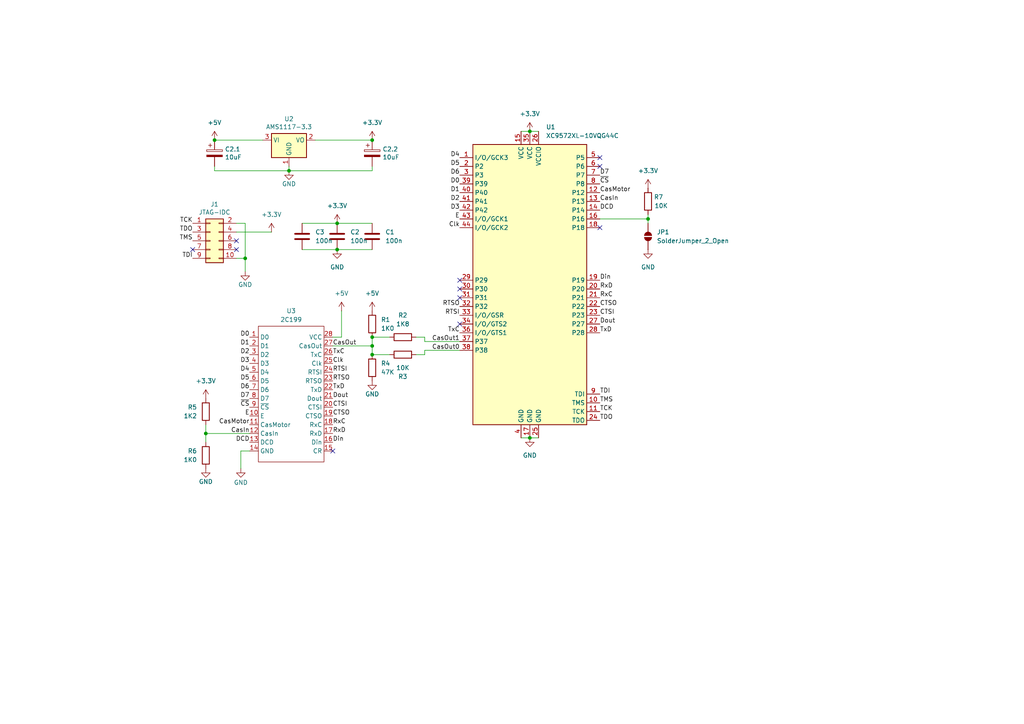
<source format=kicad_sch>
(kicad_sch
	(version 20250114)
	(generator "eeschema")
	(generator_version "9.0")
	(uuid "1505f6ab-8a61-41ac-a088-7f6ddb4001c2")
	(paper "A4")
	(title_block
		(title "Model B - Serial ULA Replacement")
		(date "2025-04-28")
		(rev "01")
		(company "Ken Lowe")
		(comment 1 "Rev 01: Initial Release")
	)
	(lib_symbols
		(symbol "Connector_Generic:Conn_02x05_Odd_Even"
			(pin_names
				(offset 1.016)
				(hide yes)
			)
			(exclude_from_sim no)
			(in_bom yes)
			(on_board yes)
			(property "Reference" "J"
				(at 1.27 7.62 0)
				(effects
					(font
						(size 1.27 1.27)
					)
				)
			)
			(property "Value" "Conn_02x05_Odd_Even"
				(at 1.27 -7.62 0)
				(effects
					(font
						(size 1.27 1.27)
					)
				)
			)
			(property "Footprint" ""
				(at 0 0 0)
				(effects
					(font
						(size 1.27 1.27)
					)
					(hide yes)
				)
			)
			(property "Datasheet" "~"
				(at 0 0 0)
				(effects
					(font
						(size 1.27 1.27)
					)
					(hide yes)
				)
			)
			(property "Description" "Generic connector, double row, 02x05, odd/even pin numbering scheme (row 1 odd numbers, row 2 even numbers), script generated (kicad-library-utils/schlib/autogen/connector/)"
				(at 0 0 0)
				(effects
					(font
						(size 1.27 1.27)
					)
					(hide yes)
				)
			)
			(property "ki_keywords" "connector"
				(at 0 0 0)
				(effects
					(font
						(size 1.27 1.27)
					)
					(hide yes)
				)
			)
			(property "ki_fp_filters" "Connector*:*_2x??_*"
				(at 0 0 0)
				(effects
					(font
						(size 1.27 1.27)
					)
					(hide yes)
				)
			)
			(symbol "Conn_02x05_Odd_Even_1_1"
				(rectangle
					(start -1.27 6.35)
					(end 3.81 -6.35)
					(stroke
						(width 0.254)
						(type default)
					)
					(fill
						(type background)
					)
				)
				(rectangle
					(start -1.27 5.207)
					(end 0 4.953)
					(stroke
						(width 0.1524)
						(type default)
					)
					(fill
						(type none)
					)
				)
				(rectangle
					(start -1.27 2.667)
					(end 0 2.413)
					(stroke
						(width 0.1524)
						(type default)
					)
					(fill
						(type none)
					)
				)
				(rectangle
					(start -1.27 0.127)
					(end 0 -0.127)
					(stroke
						(width 0.1524)
						(type default)
					)
					(fill
						(type none)
					)
				)
				(rectangle
					(start -1.27 -2.413)
					(end 0 -2.667)
					(stroke
						(width 0.1524)
						(type default)
					)
					(fill
						(type none)
					)
				)
				(rectangle
					(start -1.27 -4.953)
					(end 0 -5.207)
					(stroke
						(width 0.1524)
						(type default)
					)
					(fill
						(type none)
					)
				)
				(rectangle
					(start 3.81 5.207)
					(end 2.54 4.953)
					(stroke
						(width 0.1524)
						(type default)
					)
					(fill
						(type none)
					)
				)
				(rectangle
					(start 3.81 2.667)
					(end 2.54 2.413)
					(stroke
						(width 0.1524)
						(type default)
					)
					(fill
						(type none)
					)
				)
				(rectangle
					(start 3.81 0.127)
					(end 2.54 -0.127)
					(stroke
						(width 0.1524)
						(type default)
					)
					(fill
						(type none)
					)
				)
				(rectangle
					(start 3.81 -2.413)
					(end 2.54 -2.667)
					(stroke
						(width 0.1524)
						(type default)
					)
					(fill
						(type none)
					)
				)
				(rectangle
					(start 3.81 -4.953)
					(end 2.54 -5.207)
					(stroke
						(width 0.1524)
						(type default)
					)
					(fill
						(type none)
					)
				)
				(pin passive line
					(at -5.08 5.08 0)
					(length 3.81)
					(name "Pin_1"
						(effects
							(font
								(size 1.27 1.27)
							)
						)
					)
					(number "1"
						(effects
							(font
								(size 1.27 1.27)
							)
						)
					)
				)
				(pin passive line
					(at -5.08 2.54 0)
					(length 3.81)
					(name "Pin_3"
						(effects
							(font
								(size 1.27 1.27)
							)
						)
					)
					(number "3"
						(effects
							(font
								(size 1.27 1.27)
							)
						)
					)
				)
				(pin passive line
					(at -5.08 0 0)
					(length 3.81)
					(name "Pin_5"
						(effects
							(font
								(size 1.27 1.27)
							)
						)
					)
					(number "5"
						(effects
							(font
								(size 1.27 1.27)
							)
						)
					)
				)
				(pin passive line
					(at -5.08 -2.54 0)
					(length 3.81)
					(name "Pin_7"
						(effects
							(font
								(size 1.27 1.27)
							)
						)
					)
					(number "7"
						(effects
							(font
								(size 1.27 1.27)
							)
						)
					)
				)
				(pin passive line
					(at -5.08 -5.08 0)
					(length 3.81)
					(name "Pin_9"
						(effects
							(font
								(size 1.27 1.27)
							)
						)
					)
					(number "9"
						(effects
							(font
								(size 1.27 1.27)
							)
						)
					)
				)
				(pin passive line
					(at 7.62 5.08 180)
					(length 3.81)
					(name "Pin_2"
						(effects
							(font
								(size 1.27 1.27)
							)
						)
					)
					(number "2"
						(effects
							(font
								(size 1.27 1.27)
							)
						)
					)
				)
				(pin passive line
					(at 7.62 2.54 180)
					(length 3.81)
					(name "Pin_4"
						(effects
							(font
								(size 1.27 1.27)
							)
						)
					)
					(number "4"
						(effects
							(font
								(size 1.27 1.27)
							)
						)
					)
				)
				(pin passive line
					(at 7.62 0 180)
					(length 3.81)
					(name "Pin_6"
						(effects
							(font
								(size 1.27 1.27)
							)
						)
					)
					(number "6"
						(effects
							(font
								(size 1.27 1.27)
							)
						)
					)
				)
				(pin passive line
					(at 7.62 -2.54 180)
					(length 3.81)
					(name "Pin_8"
						(effects
							(font
								(size 1.27 1.27)
							)
						)
					)
					(number "8"
						(effects
							(font
								(size 1.27 1.27)
							)
						)
					)
				)
				(pin passive line
					(at 7.62 -5.08 180)
					(length 3.81)
					(name "Pin_10"
						(effects
							(font
								(size 1.27 1.27)
							)
						)
					)
					(number "10"
						(effects
							(font
								(size 1.27 1.27)
							)
						)
					)
				)
			)
			(embedded_fonts no)
		)
		(symbol "Device:C"
			(pin_numbers
				(hide yes)
			)
			(pin_names
				(offset 0.254)
			)
			(exclude_from_sim no)
			(in_bom yes)
			(on_board yes)
			(property "Reference" "C"
				(at 0.635 2.54 0)
				(effects
					(font
						(size 1.27 1.27)
					)
					(justify left)
				)
			)
			(property "Value" "C"
				(at 0.635 -2.54 0)
				(effects
					(font
						(size 1.27 1.27)
					)
					(justify left)
				)
			)
			(property "Footprint" ""
				(at 0.9652 -3.81 0)
				(effects
					(font
						(size 1.27 1.27)
					)
					(hide yes)
				)
			)
			(property "Datasheet" "~"
				(at 0 0 0)
				(effects
					(font
						(size 1.27 1.27)
					)
					(hide yes)
				)
			)
			(property "Description" "Unpolarized capacitor"
				(at 0 0 0)
				(effects
					(font
						(size 1.27 1.27)
					)
					(hide yes)
				)
			)
			(property "ki_keywords" "cap capacitor"
				(at 0 0 0)
				(effects
					(font
						(size 1.27 1.27)
					)
					(hide yes)
				)
			)
			(property "ki_fp_filters" "C_*"
				(at 0 0 0)
				(effects
					(font
						(size 1.27 1.27)
					)
					(hide yes)
				)
			)
			(symbol "C_0_1"
				(polyline
					(pts
						(xy -2.032 0.762) (xy 2.032 0.762)
					)
					(stroke
						(width 0.508)
						(type default)
					)
					(fill
						(type none)
					)
				)
				(polyline
					(pts
						(xy -2.032 -0.762) (xy 2.032 -0.762)
					)
					(stroke
						(width 0.508)
						(type default)
					)
					(fill
						(type none)
					)
				)
			)
			(symbol "C_1_1"
				(pin passive line
					(at 0 3.81 270)
					(length 2.794)
					(name "~"
						(effects
							(font
								(size 1.27 1.27)
							)
						)
					)
					(number "1"
						(effects
							(font
								(size 1.27 1.27)
							)
						)
					)
				)
				(pin passive line
					(at 0 -3.81 90)
					(length 2.794)
					(name "~"
						(effects
							(font
								(size 1.27 1.27)
							)
						)
					)
					(number "2"
						(effects
							(font
								(size 1.27 1.27)
							)
						)
					)
				)
			)
			(embedded_fonts no)
		)
		(symbol "Device:C_Polarized"
			(pin_numbers
				(hide yes)
			)
			(pin_names
				(offset 0.254)
			)
			(exclude_from_sim no)
			(in_bom yes)
			(on_board yes)
			(property "Reference" "C"
				(at 0.635 2.54 0)
				(effects
					(font
						(size 1.27 1.27)
					)
					(justify left)
				)
			)
			(property "Value" "C_Polarized"
				(at 0.635 -2.54 0)
				(effects
					(font
						(size 1.27 1.27)
					)
					(justify left)
				)
			)
			(property "Footprint" ""
				(at 0.9652 -3.81 0)
				(effects
					(font
						(size 1.27 1.27)
					)
					(hide yes)
				)
			)
			(property "Datasheet" "~"
				(at 0 0 0)
				(effects
					(font
						(size 1.27 1.27)
					)
					(hide yes)
				)
			)
			(property "Description" "Polarized capacitor"
				(at 0 0 0)
				(effects
					(font
						(size 1.27 1.27)
					)
					(hide yes)
				)
			)
			(property "ki_keywords" "cap capacitor"
				(at 0 0 0)
				(effects
					(font
						(size 1.27 1.27)
					)
					(hide yes)
				)
			)
			(property "ki_fp_filters" "CP_*"
				(at 0 0 0)
				(effects
					(font
						(size 1.27 1.27)
					)
					(hide yes)
				)
			)
			(symbol "C_Polarized_0_1"
				(rectangle
					(start -2.286 0.508)
					(end 2.286 1.016)
					(stroke
						(width 0)
						(type default)
					)
					(fill
						(type none)
					)
				)
				(polyline
					(pts
						(xy -1.778 2.286) (xy -0.762 2.286)
					)
					(stroke
						(width 0)
						(type default)
					)
					(fill
						(type none)
					)
				)
				(polyline
					(pts
						(xy -1.27 2.794) (xy -1.27 1.778)
					)
					(stroke
						(width 0)
						(type default)
					)
					(fill
						(type none)
					)
				)
				(rectangle
					(start 2.286 -0.508)
					(end -2.286 -1.016)
					(stroke
						(width 0)
						(type default)
					)
					(fill
						(type outline)
					)
				)
			)
			(symbol "C_Polarized_1_1"
				(pin passive line
					(at 0 3.81 270)
					(length 2.794)
					(name "~"
						(effects
							(font
								(size 1.27 1.27)
							)
						)
					)
					(number "1"
						(effects
							(font
								(size 1.27 1.27)
							)
						)
					)
				)
				(pin passive line
					(at 0 -3.81 90)
					(length 2.794)
					(name "~"
						(effects
							(font
								(size 1.27 1.27)
							)
						)
					)
					(number "2"
						(effects
							(font
								(size 1.27 1.27)
							)
						)
					)
				)
			)
			(embedded_fonts no)
		)
		(symbol "Device:R"
			(pin_numbers
				(hide yes)
			)
			(pin_names
				(offset 0)
			)
			(exclude_from_sim no)
			(in_bom yes)
			(on_board yes)
			(property "Reference" "R"
				(at 2.032 0 90)
				(effects
					(font
						(size 1.27 1.27)
					)
				)
			)
			(property "Value" "R"
				(at 0 0 90)
				(effects
					(font
						(size 1.27 1.27)
					)
				)
			)
			(property "Footprint" ""
				(at -1.778 0 90)
				(effects
					(font
						(size 1.27 1.27)
					)
					(hide yes)
				)
			)
			(property "Datasheet" "~"
				(at 0 0 0)
				(effects
					(font
						(size 1.27 1.27)
					)
					(hide yes)
				)
			)
			(property "Description" "Resistor"
				(at 0 0 0)
				(effects
					(font
						(size 1.27 1.27)
					)
					(hide yes)
				)
			)
			(property "ki_keywords" "R res resistor"
				(at 0 0 0)
				(effects
					(font
						(size 1.27 1.27)
					)
					(hide yes)
				)
			)
			(property "ki_fp_filters" "R_*"
				(at 0 0 0)
				(effects
					(font
						(size 1.27 1.27)
					)
					(hide yes)
				)
			)
			(symbol "R_0_1"
				(rectangle
					(start -1.016 -2.54)
					(end 1.016 2.54)
					(stroke
						(width 0.254)
						(type default)
					)
					(fill
						(type none)
					)
				)
			)
			(symbol "R_1_1"
				(pin passive line
					(at 0 3.81 270)
					(length 1.27)
					(name "~"
						(effects
							(font
								(size 1.27 1.27)
							)
						)
					)
					(number "1"
						(effects
							(font
								(size 1.27 1.27)
							)
						)
					)
				)
				(pin passive line
					(at 0 -3.81 90)
					(length 1.27)
					(name "~"
						(effects
							(font
								(size 1.27 1.27)
							)
						)
					)
					(number "2"
						(effects
							(font
								(size 1.27 1.27)
							)
						)
					)
				)
			)
			(embedded_fonts no)
		)
		(symbol "Jumper:SolderJumper_2_Open"
			(pin_numbers
				(hide yes)
			)
			(pin_names
				(offset 0)
				(hide yes)
			)
			(exclude_from_sim no)
			(in_bom no)
			(on_board yes)
			(property "Reference" "JP"
				(at 0 2.032 0)
				(effects
					(font
						(size 1.27 1.27)
					)
				)
			)
			(property "Value" "SolderJumper_2_Open"
				(at 0 -2.54 0)
				(effects
					(font
						(size 1.27 1.27)
					)
				)
			)
			(property "Footprint" ""
				(at 0 0 0)
				(effects
					(font
						(size 1.27 1.27)
					)
					(hide yes)
				)
			)
			(property "Datasheet" "~"
				(at 0 0 0)
				(effects
					(font
						(size 1.27 1.27)
					)
					(hide yes)
				)
			)
			(property "Description" "Solder Jumper, 2-pole, open"
				(at 0 0 0)
				(effects
					(font
						(size 1.27 1.27)
					)
					(hide yes)
				)
			)
			(property "ki_keywords" "solder jumper SPST"
				(at 0 0 0)
				(effects
					(font
						(size 1.27 1.27)
					)
					(hide yes)
				)
			)
			(property "ki_fp_filters" "SolderJumper*Open*"
				(at 0 0 0)
				(effects
					(font
						(size 1.27 1.27)
					)
					(hide yes)
				)
			)
			(symbol "SolderJumper_2_Open_0_1"
				(polyline
					(pts
						(xy -0.254 1.016) (xy -0.254 -1.016)
					)
					(stroke
						(width 0)
						(type default)
					)
					(fill
						(type none)
					)
				)
				(arc
					(start -0.254 -1.016)
					(mid -1.2656 0)
					(end -0.254 1.016)
					(stroke
						(width 0)
						(type default)
					)
					(fill
						(type none)
					)
				)
				(arc
					(start -0.254 -1.016)
					(mid -1.2656 0)
					(end -0.254 1.016)
					(stroke
						(width 0)
						(type default)
					)
					(fill
						(type outline)
					)
				)
				(arc
					(start 0.254 1.016)
					(mid 1.2656 0)
					(end 0.254 -1.016)
					(stroke
						(width 0)
						(type default)
					)
					(fill
						(type none)
					)
				)
				(arc
					(start 0.254 1.016)
					(mid 1.2656 0)
					(end 0.254 -1.016)
					(stroke
						(width 0)
						(type default)
					)
					(fill
						(type outline)
					)
				)
				(polyline
					(pts
						(xy 0.254 1.016) (xy 0.254 -1.016)
					)
					(stroke
						(width 0)
						(type default)
					)
					(fill
						(type none)
					)
				)
			)
			(symbol "SolderJumper_2_Open_1_1"
				(pin passive line
					(at -3.81 0 0)
					(length 2.54)
					(name "A"
						(effects
							(font
								(size 1.27 1.27)
							)
						)
					)
					(number "1"
						(effects
							(font
								(size 1.27 1.27)
							)
						)
					)
				)
				(pin passive line
					(at 3.81 0 180)
					(length 2.54)
					(name "B"
						(effects
							(font
								(size 1.27 1.27)
							)
						)
					)
					(number "2"
						(effects
							(font
								(size 1.27 1.27)
							)
						)
					)
				)
			)
			(embedded_fonts no)
		)
		(symbol "Regulator_Linear:LM1117MP-3.3"
			(exclude_from_sim no)
			(in_bom yes)
			(on_board yes)
			(property "Reference" "U"
				(at -3.81 3.175 0)
				(effects
					(font
						(size 1.27 1.27)
					)
				)
			)
			(property "Value" "LM1117MP-3.3"
				(at 0 3.175 0)
				(effects
					(font
						(size 1.27 1.27)
					)
					(justify left)
				)
			)
			(property "Footprint" "Package_TO_SOT_SMD:SOT-223-3_TabPin2"
				(at 0 0 0)
				(effects
					(font
						(size 1.27 1.27)
					)
					(hide yes)
				)
			)
			(property "Datasheet" "http://www.ti.com/lit/ds/symlink/lm1117.pdf"
				(at 0 0 0)
				(effects
					(font
						(size 1.27 1.27)
					)
					(hide yes)
				)
			)
			(property "Description" "800mA Low-Dropout Linear Regulator, 3.3V fixed output, SOT-223"
				(at 0 0 0)
				(effects
					(font
						(size 1.27 1.27)
					)
					(hide yes)
				)
			)
			(property "ki_keywords" "linear regulator ldo fixed positive"
				(at 0 0 0)
				(effects
					(font
						(size 1.27 1.27)
					)
					(hide yes)
				)
			)
			(property "ki_fp_filters" "SOT?223*"
				(at 0 0 0)
				(effects
					(font
						(size 1.27 1.27)
					)
					(hide yes)
				)
			)
			(symbol "LM1117MP-3.3_0_1"
				(rectangle
					(start -5.08 -5.08)
					(end 5.08 1.905)
					(stroke
						(width 0.254)
						(type default)
					)
					(fill
						(type background)
					)
				)
			)
			(symbol "LM1117MP-3.3_1_1"
				(pin power_in line
					(at -7.62 0 0)
					(length 2.54)
					(name "VI"
						(effects
							(font
								(size 1.27 1.27)
							)
						)
					)
					(number "3"
						(effects
							(font
								(size 1.27 1.27)
							)
						)
					)
				)
				(pin power_in line
					(at 0 -7.62 90)
					(length 2.54)
					(name "GND"
						(effects
							(font
								(size 1.27 1.27)
							)
						)
					)
					(number "1"
						(effects
							(font
								(size 1.27 1.27)
							)
						)
					)
				)
				(pin power_out line
					(at 7.62 0 180)
					(length 2.54)
					(name "VO"
						(effects
							(font
								(size 1.27 1.27)
							)
						)
					)
					(number "2"
						(effects
							(font
								(size 1.27 1.27)
							)
						)
					)
				)
			)
			(embedded_fonts no)
		)
		(symbol "SerialULA:2C199"
			(exclude_from_sim no)
			(in_bom yes)
			(on_board yes)
			(property "Reference" "U"
				(at 0 0 0)
				(effects
					(font
						(size 1.27 1.27)
					)
				)
			)
			(property "Value" "WD1770"
				(at -11.43 0 0)
				(effects
					(font
						(size 1.27 1.27)
					)
				)
			)
			(property "Footprint" "Package_DIP:DIP-28_W15.24mm"
				(at -11.43 0 0)
				(effects
					(font
						(size 1.27 1.27)
					)
					(hide yes)
				)
			)
			(property "Datasheet" ""
				(at -11.43 0 0)
				(effects
					(font
						(size 1.27 1.27)
					)
					(hide yes)
				)
			)
			(property "Description" "Serial Interface"
				(at -11.43 0 0)
				(effects
					(font
						(size 1.27 1.27)
					)
					(hide yes)
				)
			)
			(property "ki_keywords" "Serial Interface"
				(at 0 0 0)
				(effects
					(font
						(size 1.27 1.27)
					)
					(hide yes)
				)
			)
			(symbol "2C199_0_1"
				(rectangle
					(start -8.89 3.175)
					(end 10.16 -36.195)
					(stroke
						(width 0)
						(type default)
					)
					(fill
						(type none)
					)
				)
			)
			(symbol "2C199_1_0"
				(pin output line
					(at -11.43 0 0)
					(length 2.54)
					(name "D0"
						(effects
							(font
								(size 1.27 1.27)
							)
						)
					)
					(number "1"
						(effects
							(font
								(size 1.27 1.27)
							)
						)
					)
				)
				(pin output line
					(at -11.43 -2.54 0)
					(length 2.54)
					(name "D1"
						(effects
							(font
								(size 1.27 1.27)
							)
						)
					)
					(number "2"
						(effects
							(font
								(size 1.27 1.27)
							)
						)
					)
				)
				(pin output line
					(at -11.43 -5.08 0)
					(length 2.54)
					(name "D2"
						(effects
							(font
								(size 1.27 1.27)
							)
						)
					)
					(number "3"
						(effects
							(font
								(size 1.27 1.27)
							)
						)
					)
				)
				(pin output line
					(at -11.43 -7.62 0)
					(length 2.54)
					(name "D3"
						(effects
							(font
								(size 1.27 1.27)
							)
						)
					)
					(number "4"
						(effects
							(font
								(size 1.27 1.27)
							)
						)
					)
				)
				(pin output line
					(at -11.43 -10.16 0)
					(length 2.54)
					(name "D4"
						(effects
							(font
								(size 1.27 1.27)
							)
						)
					)
					(number "5"
						(effects
							(font
								(size 1.27 1.27)
							)
						)
					)
				)
				(pin output line
					(at -11.43 -12.7 0)
					(length 2.54)
					(name "D5"
						(effects
							(font
								(size 1.27 1.27)
							)
						)
					)
					(number "6"
						(effects
							(font
								(size 1.27 1.27)
							)
						)
					)
				)
				(pin output line
					(at -11.43 -15.24 0)
					(length 2.54)
					(name "D6"
						(effects
							(font
								(size 1.27 1.27)
							)
						)
					)
					(number "7"
						(effects
							(font
								(size 1.27 1.27)
							)
						)
					)
				)
				(pin output line
					(at -11.43 -17.78 0)
					(length 2.54)
					(name "D7"
						(effects
							(font
								(size 1.27 1.27)
							)
						)
					)
					(number "8"
						(effects
							(font
								(size 1.27 1.27)
							)
						)
					)
				)
				(pin output line
					(at -11.43 -20.32 0)
					(length 2.54)
					(name "~{CS}"
						(effects
							(font
								(size 1.27 1.27)
							)
						)
					)
					(number "9"
						(effects
							(font
								(size 1.27 1.27)
							)
						)
					)
				)
				(pin output line
					(at -11.43 -22.86 0)
					(length 2.54)
					(name "E"
						(effects
							(font
								(size 1.27 1.27)
							)
						)
					)
					(number "10"
						(effects
							(font
								(size 1.27 1.27)
							)
						)
					)
				)
				(pin input line
					(at -11.43 -25.4 0)
					(length 2.54)
					(name "CasMotor"
						(effects
							(font
								(size 1.27 1.27)
							)
						)
					)
					(number "11"
						(effects
							(font
								(size 1.27 1.27)
							)
						)
					)
				)
				(pin output line
					(at -11.43 -27.94 0)
					(length 2.54)
					(name "CasIn"
						(effects
							(font
								(size 1.27 1.27)
							)
						)
					)
					(number "12"
						(effects
							(font
								(size 1.27 1.27)
							)
						)
					)
				)
				(pin input line
					(at -11.43 -30.48 0)
					(length 2.54)
					(name "DCD"
						(effects
							(font
								(size 1.27 1.27)
							)
						)
					)
					(number "13"
						(effects
							(font
								(size 1.27 1.27)
							)
						)
					)
				)
				(pin power_out line
					(at -11.43 -33.02 0)
					(length 2.54)
					(name "GND"
						(effects
							(font
								(size 1.27 1.27)
							)
						)
					)
					(number "14"
						(effects
							(font
								(size 1.27 1.27)
							)
						)
					)
				)
				(pin power_out line
					(at 12.7 0 180)
					(length 2.54)
					(name "VCC"
						(effects
							(font
								(size 1.27 1.27)
							)
						)
					)
					(number "28"
						(effects
							(font
								(size 1.27 1.27)
							)
						)
					)
				)
				(pin input line
					(at 12.7 -2.54 180)
					(length 2.54)
					(name "CasOut"
						(effects
							(font
								(size 1.27 1.27)
							)
						)
					)
					(number "27"
						(effects
							(font
								(size 1.27 1.27)
							)
						)
					)
				)
				(pin input line
					(at 12.7 -5.08 180)
					(length 2.54)
					(name "TxC"
						(effects
							(font
								(size 1.27 1.27)
							)
						)
					)
					(number "26"
						(effects
							(font
								(size 1.27 1.27)
							)
						)
					)
				)
				(pin output line
					(at 12.7 -7.62 180)
					(length 2.54)
					(name "Clk"
						(effects
							(font
								(size 1.27 1.27)
							)
						)
					)
					(number "25"
						(effects
							(font
								(size 1.27 1.27)
							)
						)
					)
				)
				(pin output line
					(at 12.7 -10.16 180)
					(length 2.54)
					(name "RTSI"
						(effects
							(font
								(size 1.27 1.27)
							)
						)
					)
					(number "24"
						(effects
							(font
								(size 1.27 1.27)
							)
						)
					)
				)
				(pin input line
					(at 12.7 -12.7 180)
					(length 2.54)
					(name "RTSO"
						(effects
							(font
								(size 1.27 1.27)
							)
						)
					)
					(number "23"
						(effects
							(font
								(size 1.27 1.27)
							)
						)
					)
				)
				(pin output line
					(at 12.7 -15.24 180)
					(length 2.54)
					(name "TxD"
						(effects
							(font
								(size 1.27 1.27)
							)
						)
					)
					(number "22"
						(effects
							(font
								(size 1.27 1.27)
							)
						)
					)
				)
				(pin input line
					(at 12.7 -17.78 180)
					(length 2.54)
					(name "Dout"
						(effects
							(font
								(size 1.27 1.27)
							)
						)
					)
					(number "21"
						(effects
							(font
								(size 1.27 1.27)
							)
						)
					)
				)
				(pin output line
					(at 12.7 -20.32 180)
					(length 2.54)
					(name "CTSI"
						(effects
							(font
								(size 1.27 1.27)
							)
						)
					)
					(number "20"
						(effects
							(font
								(size 1.27 1.27)
							)
						)
					)
				)
				(pin input line
					(at 12.7 -22.86 180)
					(length 2.54)
					(name "CTSO"
						(effects
							(font
								(size 1.27 1.27)
							)
						)
					)
					(number "19"
						(effects
							(font
								(size 1.27 1.27)
							)
						)
					)
				)
				(pin input line
					(at 12.7 -25.4 180)
					(length 2.54)
					(name "RxC"
						(effects
							(font
								(size 1.27 1.27)
							)
						)
					)
					(number "18"
						(effects
							(font
								(size 1.27 1.27)
							)
						)
					)
				)
				(pin output line
					(at 12.7 -27.94 180)
					(length 2.54)
					(name "RxD"
						(effects
							(font
								(size 1.27 1.27)
							)
						)
					)
					(number "17"
						(effects
							(font
								(size 1.27 1.27)
							)
						)
					)
				)
				(pin output line
					(at 12.7 -30.48 180)
					(length 2.54)
					(name "Din"
						(effects
							(font
								(size 1.27 1.27)
							)
						)
					)
					(number "16"
						(effects
							(font
								(size 1.27 1.27)
							)
						)
					)
				)
				(pin input line
					(at 12.7 -33.02 180)
					(length 2.54)
					(name "CR"
						(effects
							(font
								(size 1.27 1.27)
							)
						)
					)
					(number "15"
						(effects
							(font
								(size 1.27 1.27)
							)
						)
					)
				)
			)
			(embedded_fonts no)
		)
		(symbol "SerialULA:XC9572XL-VQ44"
			(exclude_from_sim no)
			(in_bom yes)
			(on_board yes)
			(property "Reference" "U"
				(at -16.51 40.64 0)
				(effects
					(font
						(size 1.27 1.27)
					)
				)
			)
			(property "Value" "XC9572XL-VQ44"
				(at -16.51 -43.18 0)
				(effects
					(font
						(size 1.27 1.27)
					)
				)
			)
			(property "Footprint" "Package_QFP:TQFP-44_10x10mm_P0.8mm"
				(at 0 0 0)
				(effects
					(font
						(size 1.27 1.27)
					)
					(hide yes)
				)
			)
			(property "Datasheet" "http://www.xilinx.com/support/documentation/data_sheets/ds057.pdf"
				(at 0 0 0)
				(effects
					(font
						(size 1.27 1.27)
					)
					(hide yes)
				)
			)
			(property "Description" "CPLD, 72 Macrocells, 1600 Usable Gates"
				(at 0 0 0)
				(effects
					(font
						(size 1.27 1.27)
					)
					(hide yes)
				)
			)
			(property "ki_keywords" "CPLD"
				(at 0 0 0)
				(effects
					(font
						(size 1.27 1.27)
					)
					(hide yes)
				)
			)
			(property "ki_fp_filters" "TQFP*10x10mm*P0.5mm*"
				(at 0 0 0)
				(effects
					(font
						(size 1.27 1.27)
					)
					(hide yes)
				)
			)
			(symbol "XC9572XL-VQ44_1_1"
				(rectangle
					(start -16.51 39.37)
					(end 16.51 -41.91)
					(stroke
						(width 0.254)
						(type default)
					)
					(fill
						(type background)
					)
				)
				(pin bidirectional line
					(at -20.32 35.56 0)
					(length 3.81)
					(name "I/O/GCK3"
						(effects
							(font
								(size 1.27 1.27)
							)
						)
					)
					(number "1"
						(effects
							(font
								(size 1.27 1.27)
							)
						)
					)
				)
				(pin bidirectional line
					(at -20.32 33.02 0)
					(length 3.81)
					(name "P2"
						(effects
							(font
								(size 1.27 1.27)
							)
						)
					)
					(number "2"
						(effects
							(font
								(size 1.27 1.27)
							)
						)
					)
				)
				(pin bidirectional line
					(at -20.32 30.48 0)
					(length 3.81)
					(name "P3"
						(effects
							(font
								(size 1.27 1.27)
							)
						)
					)
					(number "3"
						(effects
							(font
								(size 1.27 1.27)
							)
						)
					)
				)
				(pin bidirectional line
					(at -20.32 27.94 0)
					(length 3.81)
					(name "P39"
						(effects
							(font
								(size 1.27 1.27)
							)
						)
					)
					(number "39"
						(effects
							(font
								(size 1.27 1.27)
							)
						)
					)
				)
				(pin bidirectional line
					(at -20.32 25.4 0)
					(length 3.81)
					(name "P40"
						(effects
							(font
								(size 1.27 1.27)
							)
						)
					)
					(number "40"
						(effects
							(font
								(size 1.27 1.27)
							)
						)
					)
				)
				(pin bidirectional line
					(at -20.32 22.86 0)
					(length 3.81)
					(name "P41"
						(effects
							(font
								(size 1.27 1.27)
							)
						)
					)
					(number "41"
						(effects
							(font
								(size 1.27 1.27)
							)
						)
					)
				)
				(pin bidirectional line
					(at -20.32 20.32 0)
					(length 3.81)
					(name "P42"
						(effects
							(font
								(size 1.27 1.27)
							)
						)
					)
					(number "42"
						(effects
							(font
								(size 1.27 1.27)
							)
						)
					)
				)
				(pin bidirectional line
					(at -20.32 17.78 0)
					(length 3.81)
					(name "I/O/GCK1"
						(effects
							(font
								(size 1.27 1.27)
							)
						)
					)
					(number "43"
						(effects
							(font
								(size 1.27 1.27)
							)
						)
					)
				)
				(pin bidirectional line
					(at -20.32 15.24 0)
					(length 3.81)
					(name "I/O/GCK2"
						(effects
							(font
								(size 1.27 1.27)
							)
						)
					)
					(number "44"
						(effects
							(font
								(size 1.27 1.27)
							)
						)
					)
				)
				(pin bidirectional line
					(at -20.32 0 0)
					(length 3.81)
					(name "P29"
						(effects
							(font
								(size 1.27 1.27)
							)
						)
					)
					(number "29"
						(effects
							(font
								(size 1.27 1.27)
							)
						)
					)
				)
				(pin bidirectional line
					(at -20.32 -2.54 0)
					(length 3.81)
					(name "P30"
						(effects
							(font
								(size 1.27 1.27)
							)
						)
					)
					(number "30"
						(effects
							(font
								(size 1.27 1.27)
							)
						)
					)
				)
				(pin bidirectional line
					(at -20.32 -5.08 0)
					(length 3.81)
					(name "P31"
						(effects
							(font
								(size 1.27 1.27)
							)
						)
					)
					(number "31"
						(effects
							(font
								(size 1.27 1.27)
							)
						)
					)
				)
				(pin bidirectional line
					(at -20.32 -7.62 0)
					(length 3.81)
					(name "P32"
						(effects
							(font
								(size 1.27 1.27)
							)
						)
					)
					(number "32"
						(effects
							(font
								(size 1.27 1.27)
							)
						)
					)
				)
				(pin bidirectional line
					(at -20.32 -10.16 0)
					(length 3.81)
					(name "I/O/GSR"
						(effects
							(font
								(size 1.27 1.27)
							)
						)
					)
					(number "33"
						(effects
							(font
								(size 1.27 1.27)
							)
						)
					)
				)
				(pin bidirectional line
					(at -20.32 -12.7 0)
					(length 3.81)
					(name "I/O/GTS2"
						(effects
							(font
								(size 1.27 1.27)
							)
						)
					)
					(number "34"
						(effects
							(font
								(size 1.27 1.27)
							)
						)
					)
				)
				(pin bidirectional line
					(at -20.32 -15.24 0)
					(length 3.81)
					(name "I/O/GTS1"
						(effects
							(font
								(size 1.27 1.27)
							)
						)
					)
					(number "36"
						(effects
							(font
								(size 1.27 1.27)
							)
						)
					)
				)
				(pin bidirectional line
					(at -20.32 -17.78 0)
					(length 3.81)
					(name "P37"
						(effects
							(font
								(size 1.27 1.27)
							)
						)
					)
					(number "37"
						(effects
							(font
								(size 1.27 1.27)
							)
						)
					)
				)
				(pin bidirectional line
					(at -20.32 -20.32 0)
					(length 3.81)
					(name "P38"
						(effects
							(font
								(size 1.27 1.27)
							)
						)
					)
					(number "38"
						(effects
							(font
								(size 1.27 1.27)
							)
						)
					)
				)
				(pin power_in line
					(at -2.54 43.18 270)
					(length 3.81)
					(name "VCC"
						(effects
							(font
								(size 1.27 1.27)
							)
						)
					)
					(number "15"
						(effects
							(font
								(size 1.27 1.27)
							)
						)
					)
				)
				(pin power_in line
					(at -2.54 -45.72 90)
					(length 3.81)
					(name "GND"
						(effects
							(font
								(size 1.27 1.27)
							)
						)
					)
					(number "4"
						(effects
							(font
								(size 1.27 1.27)
							)
						)
					)
				)
				(pin power_in line
					(at 0 43.18 270)
					(length 3.81)
					(name "VCC"
						(effects
							(font
								(size 1.27 1.27)
							)
						)
					)
					(number "35"
						(effects
							(font
								(size 1.27 1.27)
							)
						)
					)
				)
				(pin power_in line
					(at 0 -45.72 90)
					(length 3.81)
					(name "GND"
						(effects
							(font
								(size 1.27 1.27)
							)
						)
					)
					(number "17"
						(effects
							(font
								(size 1.27 1.27)
							)
						)
					)
				)
				(pin power_in line
					(at 2.54 43.18 270)
					(length 3.81)
					(name "VCCIO"
						(effects
							(font
								(size 1.27 1.27)
							)
						)
					)
					(number "26"
						(effects
							(font
								(size 1.27 1.27)
							)
						)
					)
				)
				(pin power_in line
					(at 2.54 -45.72 90)
					(length 3.81)
					(name "GND"
						(effects
							(font
								(size 1.27 1.27)
							)
						)
					)
					(number "25"
						(effects
							(font
								(size 1.27 1.27)
							)
						)
					)
				)
				(pin bidirectional line
					(at 20.32 35.56 180)
					(length 3.81)
					(name "P5"
						(effects
							(font
								(size 1.27 1.27)
							)
						)
					)
					(number "5"
						(effects
							(font
								(size 1.27 1.27)
							)
						)
					)
				)
				(pin bidirectional line
					(at 20.32 33.02 180)
					(length 3.81)
					(name "P6"
						(effects
							(font
								(size 1.27 1.27)
							)
						)
					)
					(number "6"
						(effects
							(font
								(size 1.27 1.27)
							)
						)
					)
				)
				(pin bidirectional line
					(at 20.32 30.48 180)
					(length 3.81)
					(name "P7"
						(effects
							(font
								(size 1.27 1.27)
							)
						)
					)
					(number "7"
						(effects
							(font
								(size 1.27 1.27)
							)
						)
					)
				)
				(pin bidirectional line
					(at 20.32 27.94 180)
					(length 3.81)
					(name "P8"
						(effects
							(font
								(size 1.27 1.27)
							)
						)
					)
					(number "8"
						(effects
							(font
								(size 1.27 1.27)
							)
						)
					)
				)
				(pin bidirectional line
					(at 20.32 25.4 180)
					(length 3.81)
					(name "P12"
						(effects
							(font
								(size 1.27 1.27)
							)
						)
					)
					(number "12"
						(effects
							(font
								(size 1.27 1.27)
							)
						)
					)
				)
				(pin bidirectional line
					(at 20.32 22.86 180)
					(length 3.81)
					(name "P13"
						(effects
							(font
								(size 1.27 1.27)
							)
						)
					)
					(number "13"
						(effects
							(font
								(size 1.27 1.27)
							)
						)
					)
				)
				(pin bidirectional line
					(at 20.32 20.32 180)
					(length 3.81)
					(name "P14"
						(effects
							(font
								(size 1.27 1.27)
							)
						)
					)
					(number "14"
						(effects
							(font
								(size 1.27 1.27)
							)
						)
					)
				)
				(pin bidirectional line
					(at 20.32 17.78 180)
					(length 3.81)
					(name "P16"
						(effects
							(font
								(size 1.27 1.27)
							)
						)
					)
					(number "16"
						(effects
							(font
								(size 1.27 1.27)
							)
						)
					)
				)
				(pin bidirectional line
					(at 20.32 15.24 180)
					(length 3.81)
					(name "P18"
						(effects
							(font
								(size 1.27 1.27)
							)
						)
					)
					(number "18"
						(effects
							(font
								(size 1.27 1.27)
							)
						)
					)
				)
				(pin bidirectional line
					(at 20.32 0 180)
					(length 3.81)
					(name "P19"
						(effects
							(font
								(size 1.27 1.27)
							)
						)
					)
					(number "19"
						(effects
							(font
								(size 1.27 1.27)
							)
						)
					)
				)
				(pin bidirectional line
					(at 20.32 -2.54 180)
					(length 3.81)
					(name "P20"
						(effects
							(font
								(size 1.27 1.27)
							)
						)
					)
					(number "20"
						(effects
							(font
								(size 1.27 1.27)
							)
						)
					)
				)
				(pin bidirectional line
					(at 20.32 -5.08 180)
					(length 3.81)
					(name "P21"
						(effects
							(font
								(size 1.27 1.27)
							)
						)
					)
					(number "21"
						(effects
							(font
								(size 1.27 1.27)
							)
						)
					)
				)
				(pin bidirectional line
					(at 20.32 -7.62 180)
					(length 3.81)
					(name "P22"
						(effects
							(font
								(size 1.27 1.27)
							)
						)
					)
					(number "22"
						(effects
							(font
								(size 1.27 1.27)
							)
						)
					)
				)
				(pin bidirectional line
					(at 20.32 -10.16 180)
					(length 3.81)
					(name "P23"
						(effects
							(font
								(size 1.27 1.27)
							)
						)
					)
					(number "23"
						(effects
							(font
								(size 1.27 1.27)
							)
						)
					)
				)
				(pin bidirectional line
					(at 20.32 -12.7 180)
					(length 3.81)
					(name "P27"
						(effects
							(font
								(size 1.27 1.27)
							)
						)
					)
					(number "27"
						(effects
							(font
								(size 1.27 1.27)
							)
						)
					)
				)
				(pin bidirectional line
					(at 20.32 -15.24 180)
					(length 3.81)
					(name "P28"
						(effects
							(font
								(size 1.27 1.27)
							)
						)
					)
					(number "28"
						(effects
							(font
								(size 1.27 1.27)
							)
						)
					)
				)
				(pin input line
					(at 20.32 -33.02 180)
					(length 3.81)
					(name "TDI"
						(effects
							(font
								(size 1.27 1.27)
							)
						)
					)
					(number "9"
						(effects
							(font
								(size 1.27 1.27)
							)
						)
					)
				)
				(pin input line
					(at 20.32 -35.56 180)
					(length 3.81)
					(name "TMS"
						(effects
							(font
								(size 1.27 1.27)
							)
						)
					)
					(number "10"
						(effects
							(font
								(size 1.27 1.27)
							)
						)
					)
				)
				(pin input line
					(at 20.32 -38.1 180)
					(length 3.81)
					(name "TCK"
						(effects
							(font
								(size 1.27 1.27)
							)
						)
					)
					(number "11"
						(effects
							(font
								(size 1.27 1.27)
							)
						)
					)
				)
				(pin output line
					(at 20.32 -40.64 180)
					(length 3.81)
					(name "TDO"
						(effects
							(font
								(size 1.27 1.27)
							)
						)
					)
					(number "24"
						(effects
							(font
								(size 1.27 1.27)
							)
						)
					)
				)
			)
			(embedded_fonts no)
		)
		(symbol "power:+3.3V"
			(power)
			(pin_numbers
				(hide yes)
			)
			(pin_names
				(offset 0)
				(hide yes)
			)
			(exclude_from_sim no)
			(in_bom yes)
			(on_board yes)
			(property "Reference" "#PWR"
				(at 0 -3.81 0)
				(effects
					(font
						(size 1.27 1.27)
					)
					(hide yes)
				)
			)
			(property "Value" "+3.3V"
				(at 0 3.556 0)
				(effects
					(font
						(size 1.27 1.27)
					)
				)
			)
			(property "Footprint" ""
				(at 0 0 0)
				(effects
					(font
						(size 1.27 1.27)
					)
					(hide yes)
				)
			)
			(property "Datasheet" ""
				(at 0 0 0)
				(effects
					(font
						(size 1.27 1.27)
					)
					(hide yes)
				)
			)
			(property "Description" "Power symbol creates a global label with name \"+3.3V\""
				(at 0 0 0)
				(effects
					(font
						(size 1.27 1.27)
					)
					(hide yes)
				)
			)
			(property "ki_keywords" "global power"
				(at 0 0 0)
				(effects
					(font
						(size 1.27 1.27)
					)
					(hide yes)
				)
			)
			(symbol "+3.3V_0_1"
				(polyline
					(pts
						(xy -0.762 1.27) (xy 0 2.54)
					)
					(stroke
						(width 0)
						(type default)
					)
					(fill
						(type none)
					)
				)
				(polyline
					(pts
						(xy 0 2.54) (xy 0.762 1.27)
					)
					(stroke
						(width 0)
						(type default)
					)
					(fill
						(type none)
					)
				)
				(polyline
					(pts
						(xy 0 0) (xy 0 2.54)
					)
					(stroke
						(width 0)
						(type default)
					)
					(fill
						(type none)
					)
				)
			)
			(symbol "+3.3V_1_1"
				(pin power_in line
					(at 0 0 90)
					(length 0)
					(name "~"
						(effects
							(font
								(size 1.27 1.27)
							)
						)
					)
					(number "1"
						(effects
							(font
								(size 1.27 1.27)
							)
						)
					)
				)
			)
			(embedded_fonts no)
		)
		(symbol "power:+5V"
			(power)
			(pin_numbers
				(hide yes)
			)
			(pin_names
				(offset 0)
				(hide yes)
			)
			(exclude_from_sim no)
			(in_bom yes)
			(on_board yes)
			(property "Reference" "#PWR"
				(at 0 -3.81 0)
				(effects
					(font
						(size 1.27 1.27)
					)
					(hide yes)
				)
			)
			(property "Value" "+5V"
				(at 0 3.556 0)
				(effects
					(font
						(size 1.27 1.27)
					)
				)
			)
			(property "Footprint" ""
				(at 0 0 0)
				(effects
					(font
						(size 1.27 1.27)
					)
					(hide yes)
				)
			)
			(property "Datasheet" ""
				(at 0 0 0)
				(effects
					(font
						(size 1.27 1.27)
					)
					(hide yes)
				)
			)
			(property "Description" "Power symbol creates a global label with name \"+5V\""
				(at 0 0 0)
				(effects
					(font
						(size 1.27 1.27)
					)
					(hide yes)
				)
			)
			(property "ki_keywords" "global power"
				(at 0 0 0)
				(effects
					(font
						(size 1.27 1.27)
					)
					(hide yes)
				)
			)
			(symbol "+5V_0_1"
				(polyline
					(pts
						(xy -0.762 1.27) (xy 0 2.54)
					)
					(stroke
						(width 0)
						(type default)
					)
					(fill
						(type none)
					)
				)
				(polyline
					(pts
						(xy 0 2.54) (xy 0.762 1.27)
					)
					(stroke
						(width 0)
						(type default)
					)
					(fill
						(type none)
					)
				)
				(polyline
					(pts
						(xy 0 0) (xy 0 2.54)
					)
					(stroke
						(width 0)
						(type default)
					)
					(fill
						(type none)
					)
				)
			)
			(symbol "+5V_1_1"
				(pin power_in line
					(at 0 0 90)
					(length 0)
					(name "~"
						(effects
							(font
								(size 1.27 1.27)
							)
						)
					)
					(number "1"
						(effects
							(font
								(size 1.27 1.27)
							)
						)
					)
				)
			)
			(embedded_fonts no)
		)
		(symbol "power:GND"
			(power)
			(pin_numbers
				(hide yes)
			)
			(pin_names
				(offset 0)
				(hide yes)
			)
			(exclude_from_sim no)
			(in_bom yes)
			(on_board yes)
			(property "Reference" "#PWR"
				(at 0 -6.35 0)
				(effects
					(font
						(size 1.27 1.27)
					)
					(hide yes)
				)
			)
			(property "Value" "GND"
				(at 0 -3.81 0)
				(effects
					(font
						(size 1.27 1.27)
					)
				)
			)
			(property "Footprint" ""
				(at 0 0 0)
				(effects
					(font
						(size 1.27 1.27)
					)
					(hide yes)
				)
			)
			(property "Datasheet" ""
				(at 0 0 0)
				(effects
					(font
						(size 1.27 1.27)
					)
					(hide yes)
				)
			)
			(property "Description" "Power symbol creates a global label with name \"GND\" , ground"
				(at 0 0 0)
				(effects
					(font
						(size 1.27 1.27)
					)
					(hide yes)
				)
			)
			(property "ki_keywords" "global power"
				(at 0 0 0)
				(effects
					(font
						(size 1.27 1.27)
					)
					(hide yes)
				)
			)
			(symbol "GND_0_1"
				(polyline
					(pts
						(xy 0 0) (xy 0 -1.27) (xy 1.27 -1.27) (xy 0 -2.54) (xy -1.27 -1.27) (xy 0 -1.27)
					)
					(stroke
						(width 0)
						(type default)
					)
					(fill
						(type none)
					)
				)
			)
			(symbol "GND_1_1"
				(pin power_in line
					(at 0 0 270)
					(length 0)
					(name "~"
						(effects
							(font
								(size 1.27 1.27)
							)
						)
					)
					(number "1"
						(effects
							(font
								(size 1.27 1.27)
							)
						)
					)
				)
			)
			(embedded_fonts no)
		)
	)
	(bus_alias "Control"
		(members "MO" "DIR" "STEP" "WR_EN" "~{INDEX}" "~{WR_PROT}" "~{TRK0}" "WR_DATA"
			"RD_DATA" "A1" "A0" "CLK"
		)
	)
	(junction
		(at 97.79 72.39)
		(diameter 0)
		(color 0 0 0 0)
		(uuid "3be1131d-4d22-4624-9703-1971f760c192")
	)
	(junction
		(at 59.69 125.73)
		(diameter 0)
		(color 0 0 0 0)
		(uuid "61b89011-05b2-4f0c-b549-eeef129ed694")
	)
	(junction
		(at 187.96 63.5)
		(diameter 0)
		(color 0 0 0 0)
		(uuid "70988255-be06-476d-97a0-36c896592713")
	)
	(junction
		(at 107.95 100.33)
		(diameter 0)
		(color 0 0 0 0)
		(uuid "788b19fc-1128-47b8-9ece-877be4f05c95")
	)
	(junction
		(at 153.67 38.1)
		(diameter 0)
		(color 0 0 0 0)
		(uuid "a04625e2-8e0d-491a-bb1d-e2befe862db1")
	)
	(junction
		(at 107.95 40.64)
		(diameter 0)
		(color 0 0 0 0)
		(uuid "ac4b24a0-556c-4f26-84e8-c9c901c1ac14")
	)
	(junction
		(at 153.67 127)
		(diameter 0)
		(color 0 0 0 0)
		(uuid "b2c80909-47bd-4865-bb04-3a1a9887780d")
	)
	(junction
		(at 107.95 102.87)
		(diameter 0)
		(color 0 0 0 0)
		(uuid "b4d9a821-936a-44d1-8694-86503a38a7bb")
	)
	(junction
		(at 97.79 64.77)
		(diameter 0)
		(color 0 0 0 0)
		(uuid "c2e7fc83-e011-440a-acdc-a38fdfc17634")
	)
	(junction
		(at 71.12 74.93)
		(diameter 0)
		(color 0 0 0 0)
		(uuid "cc085c79-dd79-4281-9c33-d44d9cd94ecf")
	)
	(junction
		(at 107.95 97.79)
		(diameter 0)
		(color 0 0 0 0)
		(uuid "dbc56aaf-5b2c-4908-922f-c7ffeb57848d")
	)
	(junction
		(at 62.23 40.64)
		(diameter 0)
		(color 0 0 0 0)
		(uuid "e2399b06-90b3-4da2-9022-faefa005ed79")
	)
	(junction
		(at 83.82 49.53)
		(diameter 0)
		(color 0 0 0 0)
		(uuid "fd6d0d3e-1df5-4953-baa9-0497e8c61a3f")
	)
	(no_connect
		(at 55.88 72.39)
		(uuid "11980208-5bda-454a-8fbb-07820100a99c")
	)
	(no_connect
		(at 133.35 83.82)
		(uuid "41877829-bfe8-491d-aebc-e78f6ae158b0")
	)
	(no_connect
		(at 68.58 69.85)
		(uuid "504d5f81-663d-41d8-9860-ab47c1ee8621")
	)
	(no_connect
		(at 173.99 48.26)
		(uuid "645a752e-3abb-4a6a-ae9c-5c3df2cfa583")
	)
	(no_connect
		(at 133.35 86.36)
		(uuid "7dd66315-ec49-4a99-a61e-f825c0c70a19")
	)
	(no_connect
		(at 173.99 66.04)
		(uuid "7f392dc4-ec1b-4aac-9dd3-b0c817bb6772")
	)
	(no_connect
		(at 68.58 72.39)
		(uuid "848f5a30-404e-4a21-b075-641c83cd0e83")
	)
	(no_connect
		(at 133.35 81.28)
		(uuid "9edd5643-e499-4282-aa7d-d08284fa90c7")
	)
	(no_connect
		(at 133.35 93.98)
		(uuid "ad813f29-cb55-435f-9a2a-f3b2ff33e9a4")
	)
	(no_connect
		(at 173.99 45.72)
		(uuid "b57fa4ed-0a3a-408a-a6f9-4776416be131")
	)
	(no_connect
		(at 96.52 130.81)
		(uuid "fc02697c-7e14-4f19-afea-f1a0387e1dd1")
	)
	(wire
		(pts
			(xy 187.96 63.5) (xy 187.96 64.77)
		)
		(stroke
			(width 0)
			(type default)
		)
		(uuid "008c4f8b-04b7-4311-9d0d-78e3a15c3893")
	)
	(wire
		(pts
			(xy 120.65 97.79) (xy 123.19 97.79)
		)
		(stroke
			(width 0)
			(type default)
		)
		(uuid "040d3631-fe9c-419b-ad42-0fd928c0dbf7")
	)
	(wire
		(pts
			(xy 59.69 123.19) (xy 59.69 125.73)
		)
		(stroke
			(width 0)
			(type default)
		)
		(uuid "07628800-c299-4e3c-84c1-a07aba4ccfca")
	)
	(wire
		(pts
			(xy 107.95 48.26) (xy 107.95 49.53)
		)
		(stroke
			(width 0)
			(type default)
		)
		(uuid "0a4a2167-5ad4-4398-a525-4d529fa52eec")
	)
	(wire
		(pts
			(xy 62.23 48.26) (xy 62.23 49.53)
		)
		(stroke
			(width 0)
			(type default)
		)
		(uuid "16b6de75-02fb-462e-a060-917441f73b6d")
	)
	(wire
		(pts
			(xy 123.19 101.6) (xy 123.19 102.87)
		)
		(stroke
			(width 0)
			(type default)
		)
		(uuid "16b715a0-e28f-4bd5-8c04-0c39d18daaa8")
	)
	(wire
		(pts
			(xy 151.13 38.1) (xy 153.67 38.1)
		)
		(stroke
			(width 0)
			(type default)
		)
		(uuid "1b0736fa-448d-49ae-97ea-e7d4b4d76093")
	)
	(wire
		(pts
			(xy 153.67 127) (xy 156.21 127)
		)
		(stroke
			(width 0)
			(type default)
		)
		(uuid "1bae3fe2-af1e-450a-afe2-9642f2ee5327")
	)
	(wire
		(pts
			(xy 59.69 125.73) (xy 59.69 128.27)
		)
		(stroke
			(width 0)
			(type default)
		)
		(uuid "2d11c4a5-f431-4fc9-bd1c-e22d34a22d88")
	)
	(wire
		(pts
			(xy 68.58 64.77) (xy 71.12 64.77)
		)
		(stroke
			(width 0)
			(type default)
		)
		(uuid "35a74b43-4a62-44a6-9953-c9b4cec53021")
	)
	(wire
		(pts
			(xy 96.52 100.33) (xy 107.95 100.33)
		)
		(stroke
			(width 0)
			(type default)
		)
		(uuid "37ba0a23-01c3-483a-a498-1a61ddf3f6d7")
	)
	(wire
		(pts
			(xy 71.12 64.77) (xy 71.12 74.93)
		)
		(stroke
			(width 0)
			(type default)
		)
		(uuid "3c435d6e-795a-4b36-a4fe-6247072e4d04")
	)
	(wire
		(pts
			(xy 83.82 48.26) (xy 83.82 49.53)
		)
		(stroke
			(width 0)
			(type default)
		)
		(uuid "451e2f13-45ce-4947-a5ed-305d68542ce6")
	)
	(wire
		(pts
			(xy 62.23 40.64) (xy 76.2 40.64)
		)
		(stroke
			(width 0)
			(type default)
		)
		(uuid "4d026fb1-754f-4a13-8e99-7e94ee4cd4ae")
	)
	(wire
		(pts
			(xy 71.12 74.93) (xy 71.12 78.74)
		)
		(stroke
			(width 0)
			(type default)
		)
		(uuid "52de1222-8e0e-4ab2-ac5e-c784203c0fe9")
	)
	(wire
		(pts
			(xy 187.96 62.23) (xy 187.96 63.5)
		)
		(stroke
			(width 0)
			(type default)
		)
		(uuid "61427d0d-9ffb-4530-a408-208e90a720b6")
	)
	(wire
		(pts
			(xy 153.67 38.1) (xy 156.21 38.1)
		)
		(stroke
			(width 0)
			(type default)
		)
		(uuid "7b4c4e3c-57bf-4b80-a12a-e99ff60a669d")
	)
	(wire
		(pts
			(xy 62.23 49.53) (xy 83.82 49.53)
		)
		(stroke
			(width 0)
			(type default)
		)
		(uuid "85e2abc2-58b3-4fa2-9186-f63a009c0dbf")
	)
	(wire
		(pts
			(xy 123.19 101.6) (xy 133.35 101.6)
		)
		(stroke
			(width 0)
			(type default)
		)
		(uuid "866db9c6-2e05-4d42-b620-8199b56249ba")
	)
	(wire
		(pts
			(xy 107.95 97.79) (xy 107.95 100.33)
		)
		(stroke
			(width 0)
			(type default)
		)
		(uuid "8c050d8d-e466-4677-9e01-ecbaf7cdf2a7")
	)
	(wire
		(pts
			(xy 91.44 40.64) (xy 107.95 40.64)
		)
		(stroke
			(width 0)
			(type default)
		)
		(uuid "8ec69901-f464-4149-953b-4eb9f6b5a0c6")
	)
	(wire
		(pts
			(xy 97.79 72.39) (xy 107.95 72.39)
		)
		(stroke
			(width 0)
			(type default)
		)
		(uuid "8fcd6eee-e1ea-4f8c-b3d5-d251cfc5c7bf")
	)
	(wire
		(pts
			(xy 83.82 49.53) (xy 107.95 49.53)
		)
		(stroke
			(width 0)
			(type default)
		)
		(uuid "910afc5c-533a-4c11-91e2-6a4f536061e6")
	)
	(wire
		(pts
			(xy 107.95 97.79) (xy 113.03 97.79)
		)
		(stroke
			(width 0)
			(type default)
		)
		(uuid "a21c5b3c-c90f-4664-bc92-14e7355584cc")
	)
	(wire
		(pts
			(xy 68.58 67.31) (xy 78.74 67.31)
		)
		(stroke
			(width 0)
			(type default)
		)
		(uuid "a8df78c5-6833-423d-80c0-8604dd022a0a")
	)
	(wire
		(pts
			(xy 87.63 72.39) (xy 97.79 72.39)
		)
		(stroke
			(width 0)
			(type default)
		)
		(uuid "b09f72cc-f672-4cde-bc7e-afa505b9ba08")
	)
	(wire
		(pts
			(xy 107.95 102.87) (xy 113.03 102.87)
		)
		(stroke
			(width 0)
			(type default)
		)
		(uuid "b8642af4-662b-4368-b458-c887642839c1")
	)
	(wire
		(pts
			(xy 99.06 90.17) (xy 99.06 97.79)
		)
		(stroke
			(width 0)
			(type default)
		)
		(uuid "bd70203b-a439-4739-839c-f8d1d7bd6791")
	)
	(wire
		(pts
			(xy 97.79 64.77) (xy 107.95 64.77)
		)
		(stroke
			(width 0)
			(type default)
		)
		(uuid "bea78530-faa9-4b4f-8bf8-4fed08ce6003")
	)
	(wire
		(pts
			(xy 96.52 97.79) (xy 99.06 97.79)
		)
		(stroke
			(width 0)
			(type default)
		)
		(uuid "bf0ef992-fe63-4ffa-b717-c755441d5bf5")
	)
	(wire
		(pts
			(xy 120.65 102.87) (xy 123.19 102.87)
		)
		(stroke
			(width 0)
			(type default)
		)
		(uuid "c1ca5f3b-6c2e-40a4-a2ea-e30797a0f5e3")
	)
	(wire
		(pts
			(xy 151.13 127) (xy 153.67 127)
		)
		(stroke
			(width 0)
			(type default)
		)
		(uuid "cc202889-227b-4818-bbcb-5df978860424")
	)
	(wire
		(pts
			(xy 59.69 125.73) (xy 72.39 125.73)
		)
		(stroke
			(width 0)
			(type default)
		)
		(uuid "ccbbcd1d-e992-40e8-9598-7e8a7a2bd124")
	)
	(wire
		(pts
			(xy 107.95 100.33) (xy 107.95 102.87)
		)
		(stroke
			(width 0)
			(type default)
		)
		(uuid "d84b9f86-eed2-45cd-9430-c00ea23df6dc")
	)
	(wire
		(pts
			(xy 173.99 63.5) (xy 187.96 63.5)
		)
		(stroke
			(width 0)
			(type default)
		)
		(uuid "dcd7d1aa-deb3-4640-800a-e80a4ad14a12")
	)
	(wire
		(pts
			(xy 71.12 74.93) (xy 68.58 74.93)
		)
		(stroke
			(width 0)
			(type default)
		)
		(uuid "de3af2d0-af3c-44c4-88a5-bd80a63e0e7d")
	)
	(wire
		(pts
			(xy 72.39 130.81) (xy 69.85 130.81)
		)
		(stroke
			(width 0)
			(type default)
		)
		(uuid "df812ec1-da2b-4c1b-865b-8bdcf15cf518")
	)
	(wire
		(pts
			(xy 123.19 99.06) (xy 123.19 97.79)
		)
		(stroke
			(width 0)
			(type default)
		)
		(uuid "e1989d60-7ad2-4cb2-b83e-151efd12881c")
	)
	(wire
		(pts
			(xy 69.85 130.81) (xy 69.85 135.89)
		)
		(stroke
			(width 0)
			(type default)
		)
		(uuid "e5f7b2e8-ce24-416e-93f4-fea7335a84a5")
	)
	(wire
		(pts
			(xy 133.35 99.06) (xy 123.19 99.06)
		)
		(stroke
			(width 0)
			(type default)
		)
		(uuid "e8f68e6c-5ac4-4b68-9351-92ee8d171d25")
	)
	(wire
		(pts
			(xy 87.63 64.77) (xy 97.79 64.77)
		)
		(stroke
			(width 0)
			(type default)
		)
		(uuid "ea6b8cc8-a2e2-4a04-9d1e-b68fb186163f")
	)
	(label "TDO"
		(at 173.99 121.92 0)
		(effects
			(font
				(size 1.27 1.27)
			)
			(justify left bottom)
		)
		(uuid "095b9ef8-5acb-40de-8e9e-e4ee4044b287")
	)
	(label "CTSO"
		(at 96.52 120.65 0)
		(effects
			(font
				(size 1.27 1.27)
			)
			(justify left bottom)
		)
		(uuid "0c456c4a-4ebb-4e69-8eed-d5c97243adf8")
	)
	(label "~{CS}"
		(at 72.39 118.11 180)
		(effects
			(font
				(size 1.27 1.27)
			)
			(justify right bottom)
		)
		(uuid "0f8222ac-905e-485b-ab2b-a3a391f0aa6d")
	)
	(label "D3"
		(at 133.35 60.96 180)
		(effects
			(font
				(size 1.27 1.27)
			)
			(justify right bottom)
		)
		(uuid "1a72db9c-afb8-43d1-9a93-ab185b40c01e")
	)
	(label "RxD"
		(at 173.99 83.82 0)
		(effects
			(font
				(size 1.27 1.27)
			)
			(justify left bottom)
		)
		(uuid "1cbd3342-1a89-442a-9914-e72fdc149106")
	)
	(label "D4"
		(at 72.39 107.95 180)
		(effects
			(font
				(size 1.27 1.27)
			)
			(justify right bottom)
		)
		(uuid "1d50a783-5fd5-485c-8100-763b75ae6616")
	)
	(label "D0"
		(at 133.35 53.34 180)
		(effects
			(font
				(size 1.27 1.27)
			)
			(justify right bottom)
		)
		(uuid "1e1f1d17-8e93-4113-8749-b9da1d70aba8")
	)
	(label "RTSI"
		(at 96.52 107.95 0)
		(effects
			(font
				(size 1.27 1.27)
			)
			(justify left bottom)
		)
		(uuid "29ab2813-e631-442b-b640-17f6a194cbc6")
	)
	(label "Dout"
		(at 96.52 115.57 0)
		(effects
			(font
				(size 1.27 1.27)
			)
			(justify left bottom)
		)
		(uuid "2bff0c42-3a6e-4ab3-b332-9b535c7b9886")
	)
	(label "TxC"
		(at 96.52 102.87 0)
		(effects
			(font
				(size 1.27 1.27)
			)
			(justify left bottom)
		)
		(uuid "2e59826d-4d49-4afd-86a6-f8e3d19829c3")
	)
	(label "Dout"
		(at 173.99 93.98 0)
		(effects
			(font
				(size 1.27 1.27)
			)
			(justify left bottom)
		)
		(uuid "32608225-d0b2-4a83-87d9-e35468afc53d")
	)
	(label "TDI"
		(at 173.99 114.3 0)
		(effects
			(font
				(size 1.27 1.27)
			)
			(justify left bottom)
		)
		(uuid "3988d69b-578c-46f5-87e4-cb5871db28aa")
	)
	(label "D0"
		(at 72.39 97.79 180)
		(effects
			(font
				(size 1.27 1.27)
			)
			(justify right bottom)
		)
		(uuid "3b4f5666-3ed5-4120-b9fb-34a5c4596331")
	)
	(label "DCD"
		(at 173.99 60.96 0)
		(effects
			(font
				(size 1.27 1.27)
			)
			(justify left bottom)
		)
		(uuid "3c796883-af91-4873-aa62-7342a2206583")
	)
	(label "RxC"
		(at 96.52 123.19 0)
		(effects
			(font
				(size 1.27 1.27)
			)
			(justify left bottom)
		)
		(uuid "401e5de1-85ae-4eab-9dc4-41df9ef273e4")
	)
	(label "TxD"
		(at 96.52 113.03 0)
		(effects
			(font
				(size 1.27 1.27)
			)
			(justify left bottom)
		)
		(uuid "46682553-c1ed-43e1-a2b1-66f6d9f12004")
	)
	(label "D6"
		(at 72.39 113.03 180)
		(effects
			(font
				(size 1.27 1.27)
			)
			(justify right bottom)
		)
		(uuid "523e5e3e-dab6-42c8-906f-3a40015b286c")
	)
	(label "E"
		(at 72.39 120.65 180)
		(effects
			(font
				(size 1.27 1.27)
			)
			(justify right bottom)
		)
		(uuid "5ed5da9b-92e0-4914-b9cd-03dd26ae6a10")
	)
	(label "~{CS}"
		(at 173.99 53.34 0)
		(effects
			(font
				(size 1.27 1.27)
			)
			(justify left bottom)
		)
		(uuid "65d9beeb-c180-47c9-bb5c-7a61e2308b79")
	)
	(label "D6"
		(at 133.35 50.8 180)
		(effects
			(font
				(size 1.27 1.27)
			)
			(justify right bottom)
		)
		(uuid "680a5691-fb90-48d6-b10c-215e39a2c8f5")
	)
	(label "D3"
		(at 72.39 105.41 180)
		(effects
			(font
				(size 1.27 1.27)
			)
			(justify right bottom)
		)
		(uuid "6c1eac7d-b41b-415d-9be7-b17742e0c678")
	)
	(label "CasMotor"
		(at 173.99 55.88 0)
		(effects
			(font
				(size 1.27 1.27)
			)
			(justify left bottom)
		)
		(uuid "6da6ca34-f103-46fb-9388-6364955c18f4")
	)
	(label "D1"
		(at 72.39 100.33 180)
		(effects
			(font
				(size 1.27 1.27)
			)
			(justify right bottom)
		)
		(uuid "73cb686a-b3db-4478-9cdb-8710f9ebec56")
	)
	(label "Din"
		(at 173.99 81.28 0)
		(effects
			(font
				(size 1.27 1.27)
			)
			(justify left bottom)
		)
		(uuid "7c560551-0a1b-44c6-8fcd-4e362bebd369")
	)
	(label "D5"
		(at 133.35 48.26 180)
		(effects
			(font
				(size 1.27 1.27)
			)
			(justify right bottom)
		)
		(uuid "859861ea-ea6c-44be-b8f3-5eafab5c0cc0")
	)
	(label "E"
		(at 133.35 63.5 180)
		(effects
			(font
				(size 1.27 1.27)
			)
			(justify right bottom)
		)
		(uuid "8680d80a-3f73-4b14-bf3b-7713dc574b0c")
	)
	(label "RTSI"
		(at 133.35 91.44 180)
		(effects
			(font
				(size 1.27 1.27)
			)
			(justify right bottom)
		)
		(uuid "88539162-6d3f-40b7-8c6f-51d0f810b546")
	)
	(label "CTSO"
		(at 173.99 88.9 0)
		(effects
			(font
				(size 1.27 1.27)
			)
			(justify left bottom)
		)
		(uuid "887d61af-58c7-46d8-9fed-0d8049e4a0d0")
	)
	(label "D7"
		(at 173.99 50.8 0)
		(effects
			(font
				(size 1.27 1.27)
			)
			(justify left bottom)
		)
		(uuid "8933edbe-bf3f-4bbb-bd6d-7c92ddbbcd9b")
	)
	(label "Din"
		(at 96.52 128.27 0)
		(effects
			(font
				(size 1.27 1.27)
			)
			(justify left bottom)
		)
		(uuid "89cfa6a1-1859-43a8-9519-06f6f9e416a1")
	)
	(label "D5"
		(at 72.39 110.49 180)
		(effects
			(font
				(size 1.27 1.27)
			)
			(justify right bottom)
		)
		(uuid "8cbb3308-e075-47b5-a2de-e5b3046eb925")
	)
	(label "D7"
		(at 72.39 115.57 180)
		(effects
			(font
				(size 1.27 1.27)
			)
			(justify right bottom)
		)
		(uuid "8fdcb80f-8f71-43a6-a5b7-c20743b75c49")
	)
	(label "D2"
		(at 133.35 58.42 180)
		(effects
			(font
				(size 1.27 1.27)
			)
			(justify right bottom)
		)
		(uuid "94af9d00-f31d-49d7-8624-ddafaede6d5e")
	)
	(label "CasOut0"
		(at 133.35 101.6 180)
		(effects
			(font
				(size 1.27 1.27)
			)
			(justify right bottom)
		)
		(uuid "99dc43a1-9729-4e66-8006-513e718f0b54")
	)
	(label "CasOut"
		(at 96.52 100.33 0)
		(effects
			(font
				(size 1.27 1.27)
			)
			(justify left bottom)
		)
		(uuid "9ca5fda3-8011-408d-921b-5ca6a2ea8337")
	)
	(label "RxD"
		(at 96.52 125.73 0)
		(effects
			(font
				(size 1.27 1.27)
			)
			(justify left bottom)
		)
		(uuid "a6aa1ecb-c649-40a8-b1c6-4e23e3b25342")
	)
	(label "Clk"
		(at 133.35 66.04 180)
		(effects
			(font
				(size 1.27 1.27)
			)
			(justify right bottom)
		)
		(uuid "abd41d39-f82b-4f48-b935-5d3c96757b1a")
	)
	(label "RTSO"
		(at 133.35 88.9 180)
		(effects
			(font
				(size 1.27 1.27)
			)
			(justify right bottom)
		)
		(uuid "b0660c15-137b-4f1c-9014-fe02579e16e3")
	)
	(label "TMS"
		(at 55.88 69.85 180)
		(effects
			(font
				(size 1.27 1.27)
			)
			(justify right bottom)
		)
		(uuid "b2f646c7-5fdf-4934-bc1f-6f52d8f31b25")
	)
	(label "TMS"
		(at 173.99 116.84 0)
		(effects
			(font
				(size 1.27 1.27)
			)
			(justify left bottom)
		)
		(uuid "b4718838-6a00-42be-9994-4d128189193c")
	)
	(label "CTSI"
		(at 173.99 91.44 0)
		(effects
			(font
				(size 1.27 1.27)
			)
			(justify left bottom)
		)
		(uuid "b4afc4aa-9c8b-4d3f-bb3d-d52655579f6c")
	)
	(label "CasIn"
		(at 72.39 125.73 180)
		(effects
			(font
				(size 1.27 1.27)
			)
			(justify right bottom)
		)
		(uuid "b8cfd51a-5c47-4522-99d3-3f4081d6b031")
	)
	(label "TxD"
		(at 173.99 96.52 0)
		(effects
			(font
				(size 1.27 1.27)
			)
			(justify left bottom)
		)
		(uuid "bf9980c0-8ff1-4c2d-a888-dd3cfde583d6")
	)
	(label "D4"
		(at 133.35 45.72 180)
		(effects
			(font
				(size 1.27 1.27)
			)
			(justify right bottom)
		)
		(uuid "c5130801-60f5-423f-83ae-b52754473473")
	)
	(label "TDO"
		(at 55.88 67.31 180)
		(effects
			(font
				(size 1.27 1.27)
			)
			(justify right bottom)
		)
		(uuid "c7deab7f-c0b7-4fb6-bc83-4702d57ab42b")
	)
	(label "TDI"
		(at 55.88 74.93 180)
		(effects
			(font
				(size 1.27 1.27)
			)
			(justify right bottom)
		)
		(uuid "c89a3329-6661-4f39-b82c-82a7bac5b44f")
	)
	(label "CasMotor"
		(at 72.39 123.19 180)
		(effects
			(font
				(size 1.27 1.27)
			)
			(justify right bottom)
		)
		(uuid "cbadd3dd-0151-49c7-a899-bcfe4e0e9648")
	)
	(label "CasOut1"
		(at 133.35 99.06 180)
		(effects
			(font
				(size 1.27 1.27)
			)
			(justify right bottom)
		)
		(uuid "cebad0f6-1dd8-4450-982d-afea7dcab201")
	)
	(label "DCD"
		(at 72.39 128.27 180)
		(effects
			(font
				(size 1.27 1.27)
			)
			(justify right bottom)
		)
		(uuid "d05bfcad-e4f7-4ae8-b37f-f352a033472e")
	)
	(label "D2"
		(at 72.39 102.87 180)
		(effects
			(font
				(size 1.27 1.27)
			)
			(justify right bottom)
		)
		(uuid "d4386d66-9068-4056-ba4e-ec81c23bf529")
	)
	(label "Clk"
		(at 96.52 105.41 0)
		(effects
			(font
				(size 1.27 1.27)
			)
			(justify left bottom)
		)
		(uuid "d453d905-8e39-4626-9f05-215e777d04e3")
	)
	(label "RTSO"
		(at 96.52 110.49 0)
		(effects
			(font
				(size 1.27 1.27)
			)
			(justify left bottom)
		)
		(uuid "d4d3ad66-4ce4-46d6-a7f1-baf665bf8c0a")
	)
	(label "TCK"
		(at 55.88 64.77 180)
		(effects
			(font
				(size 1.27 1.27)
			)
			(justify right bottom)
		)
		(uuid "d565085a-21cc-412a-b862-a4bb4549b05d")
	)
	(label "TCK"
		(at 173.99 119.38 0)
		(effects
			(font
				(size 1.27 1.27)
			)
			(justify left bottom)
		)
		(uuid "d5f7018b-b747-434e-a64f-87ba22531418")
	)
	(label "TxC"
		(at 133.35 96.52 180)
		(effects
			(font
				(size 1.27 1.27)
			)
			(justify right bottom)
		)
		(uuid "d6fc2c95-9c1d-4bee-9321-bd4d80d49d79")
	)
	(label "RxC"
		(at 173.99 86.36 0)
		(effects
			(font
				(size 1.27 1.27)
			)
			(justify left bottom)
		)
		(uuid "dd8b5e8d-61df-40a6-a0ea-8523be5a7424")
	)
	(label "CTSI"
		(at 96.52 118.11 0)
		(effects
			(font
				(size 1.27 1.27)
			)
			(justify left bottom)
		)
		(uuid "e2afe375-fe9d-41ea-8c8f-e8c507c52b75")
	)
	(label "CasIn"
		(at 173.99 58.42 0)
		(effects
			(font
				(size 1.27 1.27)
			)
			(justify left bottom)
		)
		(uuid "e8969c73-a119-43ad-8073-16f2e1857a9c")
	)
	(label "D1"
		(at 133.35 55.88 180)
		(effects
			(font
				(size 1.27 1.27)
			)
			(justify right bottom)
		)
		(uuid "eb2822ef-044f-42a1-a133-978773c78196")
	)
	(symbol
		(lib_id "Connector_Generic:Conn_02x05_Odd_Even")
		(at 60.96 69.85 0)
		(unit 1)
		(exclude_from_sim no)
		(in_bom no)
		(on_board yes)
		(dnp no)
		(uuid "00000000-0000-0000-0000-00005e5ab26a")
		(property "Reference" "J1"
			(at 62.23 59.2582 0)
			(effects
				(font
					(size 1.27 1.27)
				)
			)
		)
		(property "Value" "JTAG-IDC"
			(at 62.23 61.5696 0)
			(effects
				(font
					(size 1.27 1.27)
				)
			)
		)
		(property "Footprint" "Connector_PinHeader_2.54mm:PinHeader_2x05_P2.54mm_Vertical"
			(at 60.96 69.85 0)
			(effects
				(font
					(size 1.27 1.27)
				)
				(hide yes)
			)
		)
		(property "Datasheet" "~"
			(at 60.96 69.85 0)
			(effects
				(font
					(size 1.27 1.27)
				)
				(hide yes)
			)
		)
		(property "Description" ""
			(at 60.96 69.85 0)
			(effects
				(font
					(size 1.27 1.27)
				)
				(hide yes)
			)
		)
		(property "LCSC Part No" ""
			(at 60.96 69.85 0)
			(effects
				(font
					(size 1.27 1.27)
				)
			)
		)
		(property "JLC Part No" ""
			(at 60.96 69.85 0)
			(effects
				(font
					(size 1.27 1.27)
				)
			)
		)
		(pin "3"
			(uuid "821b7dc3-743a-4793-82f8-748c32ba6f34")
		)
		(pin "8"
			(uuid "73f32b53-7cc2-4b70-8f5a-6db1c4027678")
		)
		(pin "5"
			(uuid "e75e6bf1-d95d-4caa-89ba-9b17d8bd90e5")
		)
		(pin "6"
			(uuid "990d9c45-8f9f-4f1d-8c6a-f477970eff8e")
		)
		(pin "2"
			(uuid "8d94fe67-f9ee-4f0f-bfaa-8974eb1b6d7a")
		)
		(pin "9"
			(uuid "2a61d4ff-fd82-454a-9b66-9d5dd8922ee9")
		)
		(pin "4"
			(uuid "a06bbde3-cbe7-4eca-bbe0-4a7b1f5e3f68")
		)
		(pin "7"
			(uuid "30763c47-66ee-43fb-90ed-1239f1277f77")
		)
		(pin "1"
			(uuid "43e5821e-b810-4be4-9d28-93962b57c0a2")
		)
		(pin "10"
			(uuid "be2dec09-750d-435a-9920-be65b3a5497f")
		)
		(instances
			(project "SerialULA"
				(path "/1505f6ab-8a61-41ac-a088-7f6ddb4001c2"
					(reference "J1")
					(unit 1)
				)
			)
		)
	)
	(symbol
		(lib_id "Regulator_Linear:LM1117MP-3.3")
		(at 83.82 40.64 0)
		(unit 1)
		(exclude_from_sim no)
		(in_bom yes)
		(on_board yes)
		(dnp no)
		(uuid "00000000-0000-0000-0000-00005e6ec761")
		(property "Reference" "U2"
			(at 83.82 34.4932 0)
			(effects
				(font
					(size 1.27 1.27)
				)
			)
		)
		(property "Value" "AMS1117-3.3"
			(at 83.82 36.8046 0)
			(effects
				(font
					(size 1.27 1.27)
				)
			)
		)
		(property "Footprint" "Package_TO_SOT_SMD:SOT-223-3_TabPin2"
			(at 83.82 40.64 0)
			(effects
				(font
					(size 1.27 1.27)
				)
				(hide yes)
			)
		)
		(property "Datasheet" "https://jlcpcb.com/api/file/downloadByFileSystemAccessId/8550724073479806976"
			(at 83.82 40.64 0)
			(effects
				(font
					(size 1.27 1.27)
				)
				(hide yes)
			)
		)
		(property "Description" "1A Low-Dropout Linear Regulator, 3.3V fixed output, SOT-223"
			(at 83.82 40.64 0)
			(effects
				(font
					(size 1.27 1.27)
				)
				(hide yes)
			)
		)
		(property "JLC Part Number" "C6186"
			(at 83.82 40.64 0)
			(effects
				(font
					(size 1.27 1.27)
				)
				(hide yes)
			)
		)
		(property "JLC Part No" ""
			(at 83.82 40.64 0)
			(effects
				(font
					(size 1.27 1.27)
				)
			)
		)
		(pin "1"
			(uuid "aea7504b-8869-486f-81c2-640dd99d5d22")
		)
		(pin "3"
			(uuid "b6b6b12c-5c62-4f76-9da8-fbf9ed2815ae")
		)
		(pin "2"
			(uuid "9eeb08e4-f760-48f2-9782-670c75b269b8")
		)
		(instances
			(project "SerialULA"
				(path "/1505f6ab-8a61-41ac-a088-7f6ddb4001c2"
					(reference "U2")
					(unit 1)
				)
			)
		)
	)
	(symbol
		(lib_id "Device:C_Polarized")
		(at 62.23 44.45 0)
		(unit 1)
		(exclude_from_sim no)
		(in_bom yes)
		(on_board yes)
		(dnp no)
		(uuid "00000000-0000-0000-0000-00005e6ee032")
		(property "Reference" "C2.1"
			(at 65.2272 43.2816 0)
			(effects
				(font
					(size 1.27 1.27)
				)
				(justify left)
			)
		)
		(property "Value" "10uF"
			(at 65.2272 45.593 0)
			(effects
				(font
					(size 1.27 1.27)
				)
				(justify left)
			)
		)
		(property "Footprint" "Capacitor_Tantalum_SMD:CP_EIA-3216-18_Kemet-A"
			(at 63.1952 48.26 0)
			(effects
				(font
					(size 1.27 1.27)
				)
				(hide yes)
			)
		)
		(property "Datasheet" "https://jlcpcb.com/api/file/downloadByFileSystemAccessId/8579707377870036992"
			(at 62.23 44.45 0)
			(effects
				(font
					(size 1.27 1.27)
				)
				(hide yes)
			)
		)
		(property "Description" "Polarized capacitor"
			(at 62.23 44.45 0)
			(effects
				(font
					(size 1.27 1.27)
				)
				(hide yes)
			)
		)
		(property "JLC Part Number" "C7171"
			(at 62.23 44.45 0)
			(effects
				(font
					(size 1.27 1.27)
				)
				(hide yes)
			)
		)
		(property "LCSC Part No" ""
			(at 62.23 44.45 0)
			(effects
				(font
					(size 1.27 1.27)
				)
			)
		)
		(property "JLC Part No" ""
			(at 62.23 44.45 0)
			(effects
				(font
					(size 1.27 1.27)
				)
			)
		)
		(pin "1"
			(uuid "5b90b87d-65fb-4ce4-a3cf-8ef618df7321")
		)
		(pin "2"
			(uuid "8afa499d-ce98-4d40-931e-5b529acb4e79")
		)
		(instances
			(project "SerialULA"
				(path "/1505f6ab-8a61-41ac-a088-7f6ddb4001c2"
					(reference "C2.1")
					(unit 1)
				)
			)
		)
	)
	(symbol
		(lib_id "Device:C_Polarized")
		(at 107.95 44.45 0)
		(unit 1)
		(exclude_from_sim no)
		(in_bom yes)
		(on_board yes)
		(dnp no)
		(uuid "00000000-0000-0000-0000-00005e6ee558")
		(property "Reference" "C2.2"
			(at 110.9472 43.2816 0)
			(effects
				(font
					(size 1.27 1.27)
				)
				(justify left)
			)
		)
		(property "Value" "10uF"
			(at 110.9472 45.593 0)
			(effects
				(font
					(size 1.27 1.27)
				)
				(justify left)
			)
		)
		(property "Footprint" "Capacitor_Tantalum_SMD:CP_EIA-3216-18_Kemet-A"
			(at 108.9152 48.26 0)
			(effects
				(font
					(size 1.27 1.27)
				)
				(hide yes)
			)
		)
		(property "Datasheet" "https://jlcpcb.com/api/file/downloadByFileSystemAccessId/8579707377870036992"
			(at 107.95 44.45 0)
			(effects
				(font
					(size 1.27 1.27)
				)
				(hide yes)
			)
		)
		(property "Description" "Polarized capacitor"
			(at 107.95 44.45 0)
			(effects
				(font
					(size 1.27 1.27)
				)
				(hide yes)
			)
		)
		(property "JLC Part Number" "C7171"
			(at 107.95 44.45 0)
			(effects
				(font
					(size 1.27 1.27)
				)
				(hide yes)
			)
		)
		(property "LCSC Part No" ""
			(at 107.95 44.45 0)
			(effects
				(font
					(size 1.27 1.27)
				)
			)
		)
		(property "JLC Part No" ""
			(at 107.95 44.45 0)
			(effects
				(font
					(size 1.27 1.27)
				)
			)
		)
		(pin "1"
			(uuid "a8300f48-ec30-466f-8466-d3a701a68308")
		)
		(pin "2"
			(uuid "5968f290-e1dd-4900-972d-70b4017ee34d")
		)
		(instances
			(project "SerialULA"
				(path "/1505f6ab-8a61-41ac-a088-7f6ddb4001c2"
					(reference "C2.2")
					(unit 1)
				)
			)
		)
	)
	(symbol
		(lib_id "power:GND")
		(at 71.12 78.74 0)
		(unit 1)
		(exclude_from_sim no)
		(in_bom yes)
		(on_board yes)
		(dnp no)
		(uuid "00000000-0000-0000-0000-00005e85e353")
		(property "Reference" "#PWR0113"
			(at 71.12 85.09 0)
			(effects
				(font
					(size 1.27 1.27)
				)
				(hide yes)
			)
		)
		(property "Value" "GND"
			(at 71.12 82.55 0)
			(effects
				(font
					(size 1.27 1.27)
				)
			)
		)
		(property "Footprint" ""
			(at 71.12 78.74 0)
			(effects
				(font
					(size 1.27 1.27)
				)
				(hide yes)
			)
		)
		(property "Datasheet" ""
			(at 71.12 78.74 0)
			(effects
				(font
					(size 1.27 1.27)
				)
				(hide yes)
			)
		)
		(property "Description" "Power symbol creates a global label with name \"GND\" , ground"
			(at 71.12 78.74 0)
			(effects
				(font
					(size 1.27 1.27)
				)
				(hide yes)
			)
		)
		(pin "1"
			(uuid "2a227cdb-89b6-4b70-a24f-4229eb0a5a3a")
		)
		(instances
			(project "SerialULA"
				(path "/1505f6ab-8a61-41ac-a088-7f6ddb4001c2"
					(reference "#PWR0113")
					(unit 1)
				)
			)
		)
	)
	(symbol
		(lib_id "power:GND")
		(at 83.82 49.53 0)
		(unit 1)
		(exclude_from_sim no)
		(in_bom yes)
		(on_board yes)
		(dnp no)
		(uuid "00000000-0000-0000-0000-00005e902033")
		(property "Reference" "#PWR0122"
			(at 83.82 55.88 0)
			(effects
				(font
					(size 1.27 1.27)
				)
				(hide yes)
			)
		)
		(property "Value" "GND"
			(at 83.82 53.34 0)
			(effects
				(font
					(size 1.27 1.27)
				)
			)
		)
		(property "Footprint" ""
			(at 83.82 49.53 0)
			(effects
				(font
					(size 1.27 1.27)
				)
				(hide yes)
			)
		)
		(property "Datasheet" ""
			(at 83.82 49.53 0)
			(effects
				(font
					(size 1.27 1.27)
				)
				(hide yes)
			)
		)
		(property "Description" "Power symbol creates a global label with name \"GND\" , ground"
			(at 83.82 49.53 0)
			(effects
				(font
					(size 1.27 1.27)
				)
				(hide yes)
			)
		)
		(pin "1"
			(uuid "8aa14af0-1a7d-4d24-921d-91792b99fb93")
		)
		(instances
			(project "SerialULA"
				(path "/1505f6ab-8a61-41ac-a088-7f6ddb4001c2"
					(reference "#PWR0122")
					(unit 1)
				)
			)
		)
	)
	(symbol
		(lib_id "power:GND")
		(at 97.79 72.39 0)
		(unit 1)
		(exclude_from_sim no)
		(in_bom yes)
		(on_board yes)
		(dnp no)
		(fields_autoplaced yes)
		(uuid "0e620a8b-4abb-4003-b491-7239b2885e60")
		(property "Reference" "#PWR04"
			(at 97.79 78.74 0)
			(effects
				(font
					(size 1.27 1.27)
				)
				(hide yes)
			)
		)
		(property "Value" "GND"
			(at 97.79 77.47 0)
			(effects
				(font
					(size 1.27 1.27)
				)
			)
		)
		(property "Footprint" ""
			(at 97.79 72.39 0)
			(effects
				(font
					(size 1.27 1.27)
				)
				(hide yes)
			)
		)
		(property "Datasheet" ""
			(at 97.79 72.39 0)
			(effects
				(font
					(size 1.27 1.27)
				)
				(hide yes)
			)
		)
		(property "Description" "Power symbol creates a global label with name \"GND\" , ground"
			(at 97.79 72.39 0)
			(effects
				(font
					(size 1.27 1.27)
				)
				(hide yes)
			)
		)
		(pin "1"
			(uuid "50db098a-b65d-497e-ac88-f8140e983563")
		)
		(instances
			(project ""
				(path "/1505f6ab-8a61-41ac-a088-7f6ddb4001c2"
					(reference "#PWR04")
					(unit 1)
				)
			)
		)
	)
	(symbol
		(lib_id "power:GND")
		(at 59.69 135.89 0)
		(unit 1)
		(exclude_from_sim no)
		(in_bom yes)
		(on_board yes)
		(dnp no)
		(uuid "0e8ca519-ab43-48af-9cfb-4edb8705619b")
		(property "Reference" "#PWR0115"
			(at 59.69 142.24 0)
			(effects
				(font
					(size 1.27 1.27)
				)
				(hide yes)
			)
		)
		(property "Value" "GND"
			(at 59.69 139.7 0)
			(effects
				(font
					(size 1.27 1.27)
				)
			)
		)
		(property "Footprint" ""
			(at 59.69 135.89 0)
			(effects
				(font
					(size 1.27 1.27)
				)
				(hide yes)
			)
		)
		(property "Datasheet" ""
			(at 59.69 135.89 0)
			(effects
				(font
					(size 1.27 1.27)
				)
				(hide yes)
			)
		)
		(property "Description" "Power symbol creates a global label with name \"GND\" , ground"
			(at 59.69 135.89 0)
			(effects
				(font
					(size 1.27 1.27)
				)
				(hide yes)
			)
		)
		(pin "1"
			(uuid "a9bcbea8-12c9-457e-92f9-f99d23eb4457")
		)
		(instances
			(project "SerialULA"
				(path "/1505f6ab-8a61-41ac-a088-7f6ddb4001c2"
					(reference "#PWR0115")
					(unit 1)
				)
			)
		)
	)
	(symbol
		(lib_id "power:+3.3V")
		(at 59.69 115.57 0)
		(unit 1)
		(exclude_from_sim no)
		(in_bom yes)
		(on_board yes)
		(dnp no)
		(fields_autoplaced yes)
		(uuid "294ec7cc-3af6-4dc1-849a-9a1e16378afb")
		(property "Reference" "#PWR012"
			(at 59.69 119.38 0)
			(effects
				(font
					(size 1.27 1.27)
				)
				(hide yes)
			)
		)
		(property "Value" "+3.3V"
			(at 59.69 110.49 0)
			(effects
				(font
					(size 1.27 1.27)
				)
			)
		)
		(property "Footprint" ""
			(at 59.69 115.57 0)
			(effects
				(font
					(size 1.27 1.27)
				)
				(hide yes)
			)
		)
		(property "Datasheet" ""
			(at 59.69 115.57 0)
			(effects
				(font
					(size 1.27 1.27)
				)
				(hide yes)
			)
		)
		(property "Description" "Power symbol creates a global label with name \"+3.3V\""
			(at 59.69 115.57 0)
			(effects
				(font
					(size 1.27 1.27)
				)
				(hide yes)
			)
		)
		(pin "1"
			(uuid "5bbf7b2d-3e91-4cc1-9534-c1dabe0c5b63")
		)
		(instances
			(project "SerialULA"
				(path "/1505f6ab-8a61-41ac-a088-7f6ddb4001c2"
					(reference "#PWR012")
					(unit 1)
				)
			)
		)
	)
	(symbol
		(lib_id "power:GND")
		(at 153.67 127 0)
		(unit 1)
		(exclude_from_sim no)
		(in_bom yes)
		(on_board yes)
		(dnp no)
		(fields_autoplaced yes)
		(uuid "2bc87afc-06a6-4fcb-8f72-f8ca8f65f385")
		(property "Reference" "#PWR05"
			(at 153.67 133.35 0)
			(effects
				(font
					(size 1.27 1.27)
				)
				(hide yes)
			)
		)
		(property "Value" "GND"
			(at 153.67 132.08 0)
			(effects
				(font
					(size 1.27 1.27)
				)
			)
		)
		(property "Footprint" ""
			(at 153.67 127 0)
			(effects
				(font
					(size 1.27 1.27)
				)
				(hide yes)
			)
		)
		(property "Datasheet" ""
			(at 153.67 127 0)
			(effects
				(font
					(size 1.27 1.27)
				)
				(hide yes)
			)
		)
		(property "Description" "Power symbol creates a global label with name \"GND\" , ground"
			(at 153.67 127 0)
			(effects
				(font
					(size 1.27 1.27)
				)
				(hide yes)
			)
		)
		(pin "1"
			(uuid "f1c1066e-7180-4c3f-b4e8-24e9de8c1055")
		)
		(instances
			(project "SerialULA"
				(path "/1505f6ab-8a61-41ac-a088-7f6ddb4001c2"
					(reference "#PWR05")
					(unit 1)
				)
			)
		)
	)
	(symbol
		(lib_id "power:+5V")
		(at 107.95 90.17 0)
		(unit 1)
		(exclude_from_sim no)
		(in_bom yes)
		(on_board yes)
		(dnp no)
		(fields_autoplaced yes)
		(uuid "2ddc8ba8-875c-4f10-8ee2-e28f94de78af")
		(property "Reference" "#PWR02"
			(at 107.95 93.98 0)
			(effects
				(font
					(size 1.27 1.27)
				)
				(hide yes)
			)
		)
		(property "Value" "+5V"
			(at 107.95 85.09 0)
			(effects
				(font
					(size 1.27 1.27)
				)
			)
		)
		(property "Footprint" ""
			(at 107.95 90.17 0)
			(effects
				(font
					(size 1.27 1.27)
				)
				(hide yes)
			)
		)
		(property "Datasheet" ""
			(at 107.95 90.17 0)
			(effects
				(font
					(size 1.27 1.27)
				)
				(hide yes)
			)
		)
		(property "Description" "Power symbol creates a global label with name \"+5V\""
			(at 107.95 90.17 0)
			(effects
				(font
					(size 1.27 1.27)
				)
				(hide yes)
			)
		)
		(pin "1"
			(uuid "111bb3fc-62ce-41da-8e29-edbabeb04bf8")
		)
		(instances
			(project "SerialULA"
				(path "/1505f6ab-8a61-41ac-a088-7f6ddb4001c2"
					(reference "#PWR02")
					(unit 1)
				)
			)
		)
	)
	(symbol
		(lib_id "power:+3.3V")
		(at 97.79 64.77 0)
		(unit 1)
		(exclude_from_sim no)
		(in_bom yes)
		(on_board yes)
		(dnp no)
		(fields_autoplaced yes)
		(uuid "335a56e0-4c30-4483-9920-5b289a555a50")
		(property "Reference" "#PWR09"
			(at 97.79 68.58 0)
			(effects
				(font
					(size 1.27 1.27)
				)
				(hide yes)
			)
		)
		(property "Value" "+3.3V"
			(at 97.79 59.69 0)
			(effects
				(font
					(size 1.27 1.27)
				)
			)
		)
		(property "Footprint" ""
			(at 97.79 64.77 0)
			(effects
				(font
					(size 1.27 1.27)
				)
				(hide yes)
			)
		)
		(property "Datasheet" ""
			(at 97.79 64.77 0)
			(effects
				(font
					(size 1.27 1.27)
				)
				(hide yes)
			)
		)
		(property "Description" "Power symbol creates a global label with name \"+3.3V\""
			(at 97.79 64.77 0)
			(effects
				(font
					(size 1.27 1.27)
				)
				(hide yes)
			)
		)
		(pin "1"
			(uuid "7aa80137-38d1-4f52-a0ad-41c6cd5af9f1")
		)
		(instances
			(project "SerialULA"
				(path "/1505f6ab-8a61-41ac-a088-7f6ddb4001c2"
					(reference "#PWR09")
					(unit 1)
				)
			)
		)
	)
	(symbol
		(lib_id "power:+5V")
		(at 62.23 40.64 0)
		(unit 1)
		(exclude_from_sim no)
		(in_bom yes)
		(on_board yes)
		(dnp no)
		(fields_autoplaced yes)
		(uuid "4a2f5cc5-bdd4-4c0d-8538-fd872cba8092")
		(property "Reference" "#PWR03"
			(at 62.23 44.45 0)
			(effects
				(font
					(size 1.27 1.27)
				)
				(hide yes)
			)
		)
		(property "Value" "+5V"
			(at 62.23 35.56 0)
			(effects
				(font
					(size 1.27 1.27)
				)
			)
		)
		(property "Footprint" ""
			(at 62.23 40.64 0)
			(effects
				(font
					(size 1.27 1.27)
				)
				(hide yes)
			)
		)
		(property "Datasheet" ""
			(at 62.23 40.64 0)
			(effects
				(font
					(size 1.27 1.27)
				)
				(hide yes)
			)
		)
		(property "Description" "Power symbol creates a global label with name \"+5V\""
			(at 62.23 40.64 0)
			(effects
				(font
					(size 1.27 1.27)
				)
				(hide yes)
			)
		)
		(pin "1"
			(uuid "d1b61fc7-64b0-43d5-be85-f46c0a6a948d")
		)
		(instances
			(project "SerialULA"
				(path "/1505f6ab-8a61-41ac-a088-7f6ddb4001c2"
					(reference "#PWR03")
					(unit 1)
				)
			)
		)
	)
	(symbol
		(lib_id "power:+3.3V")
		(at 153.67 38.1 0)
		(unit 1)
		(exclude_from_sim no)
		(in_bom yes)
		(on_board yes)
		(dnp no)
		(fields_autoplaced yes)
		(uuid "4a633b8f-94cf-47c4-96b7-e34f55fc184a")
		(property "Reference" "#PWR08"
			(at 153.67 41.91 0)
			(effects
				(font
					(size 1.27 1.27)
				)
				(hide yes)
			)
		)
		(property "Value" "+3.3V"
			(at 153.67 33.02 0)
			(effects
				(font
					(size 1.27 1.27)
				)
			)
		)
		(property "Footprint" ""
			(at 153.67 38.1 0)
			(effects
				(font
					(size 1.27 1.27)
				)
				(hide yes)
			)
		)
		(property "Datasheet" ""
			(at 153.67 38.1 0)
			(effects
				(font
					(size 1.27 1.27)
				)
				(hide yes)
			)
		)
		(property "Description" "Power symbol creates a global label with name \"+3.3V\""
			(at 153.67 38.1 0)
			(effects
				(font
					(size 1.27 1.27)
				)
				(hide yes)
			)
		)
		(pin "1"
			(uuid "5a7b52ee-f499-4383-8b31-490bcc515d21")
		)
		(instances
			(project "SerialULA"
				(path "/1505f6ab-8a61-41ac-a088-7f6ddb4001c2"
					(reference "#PWR08")
					(unit 1)
				)
			)
		)
	)
	(symbol
		(lib_id "Device:R")
		(at 187.96 58.42 0)
		(mirror x)
		(unit 1)
		(exclude_from_sim no)
		(in_bom yes)
		(on_board yes)
		(dnp no)
		(uuid "5150253a-39dc-4200-ac01-fb6dd018bcc4")
		(property "Reference" "R7"
			(at 191.008 57.15 0)
			(effects
				(font
					(size 1.27 1.27)
				)
			)
		)
		(property "Value" "10K"
			(at 191.77 59.69 0)
			(effects
				(font
					(size 1.27 1.27)
				)
			)
		)
		(property "Footprint" "Resistor_SMD:R_0402_1005Metric"
			(at 186.182 58.42 90)
			(effects
				(font
					(size 1.27 1.27)
				)
				(hide yes)
			)
		)
		(property "Datasheet" "https://jlcpcb.com/api/file/downloadByFileSystemAccessId/8556212101498380288"
			(at 187.96 58.42 0)
			(effects
				(font
					(size 1.27 1.27)
				)
				(hide yes)
			)
		)
		(property "Description" "Resistor"
			(at 187.96 58.42 0)
			(effects
				(font
					(size 1.27 1.27)
				)
				(hide yes)
			)
		)
		(property "JLC Part Number" "C25744"
			(at 187.96 58.42 90)
			(effects
				(font
					(size 1.27 1.27)
				)
				(hide yes)
			)
		)
		(property "LCSC Part No" ""
			(at 187.96 58.42 0)
			(effects
				(font
					(size 1.27 1.27)
				)
			)
		)
		(property "JLC Part No" ""
			(at 187.96 58.42 0)
			(effects
				(font
					(size 1.27 1.27)
				)
			)
		)
		(pin "2"
			(uuid "52e73cd8-aba5-4da4-92ff-d7b07bd4ebf9")
		)
		(pin "1"
			(uuid "9de84ee4-b1d9-4928-a07b-bd1ad2f8897a")
		)
		(instances
			(project "SerialULA"
				(path "/1505f6ab-8a61-41ac-a088-7f6ddb4001c2"
					(reference "R7")
					(unit 1)
				)
			)
		)
	)
	(symbol
		(lib_id "power:GND")
		(at 187.96 72.39 0)
		(unit 1)
		(exclude_from_sim no)
		(in_bom yes)
		(on_board yes)
		(dnp no)
		(fields_autoplaced yes)
		(uuid "58436ce1-cc8f-421f-8be0-1847c15c7359")
		(property "Reference" "#PWR013"
			(at 187.96 78.74 0)
			(effects
				(font
					(size 1.27 1.27)
				)
				(hide yes)
			)
		)
		(property "Value" "GND"
			(at 187.96 77.47 0)
			(effects
				(font
					(size 1.27 1.27)
				)
			)
		)
		(property "Footprint" ""
			(at 187.96 72.39 0)
			(effects
				(font
					(size 1.27 1.27)
				)
				(hide yes)
			)
		)
		(property "Datasheet" ""
			(at 187.96 72.39 0)
			(effects
				(font
					(size 1.27 1.27)
				)
				(hide yes)
			)
		)
		(property "Description" "Power symbol creates a global label with name \"GND\" , ground"
			(at 187.96 72.39 0)
			(effects
				(font
					(size 1.27 1.27)
				)
				(hide yes)
			)
		)
		(pin "1"
			(uuid "49d33a0c-69cc-450e-b9ee-b455f8ee94ec")
		)
		(instances
			(project "SerialULA"
				(path "/1505f6ab-8a61-41ac-a088-7f6ddb4001c2"
					(reference "#PWR013")
					(unit 1)
				)
			)
		)
	)
	(symbol
		(lib_id "Jumper:SolderJumper_2_Open")
		(at 187.96 68.58 90)
		(unit 1)
		(exclude_from_sim no)
		(in_bom no)
		(on_board yes)
		(dnp no)
		(fields_autoplaced yes)
		(uuid "5864904b-56b3-40f9-b62d-1fe266b12e59")
		(property "Reference" "JP1"
			(at 190.5 67.3099 90)
			(effects
				(font
					(size 1.27 1.27)
				)
				(justify right)
			)
		)
		(property "Value" "SolderJumper_2_Open"
			(at 190.5 69.8499 90)
			(effects
				(font
					(size 1.27 1.27)
				)
				(justify right)
			)
		)
		(property "Footprint" "Jumper:SolderJumper-2_P1.3mm_Open_RoundedPad1.0x1.5mm"
			(at 187.96 68.58 0)
			(effects
				(font
					(size 1.27 1.27)
				)
				(hide yes)
			)
		)
		(property "Datasheet" "~"
			(at 187.96 68.58 0)
			(effects
				(font
					(size 1.27 1.27)
				)
				(hide yes)
			)
		)
		(property "Description" "Solder Jumper, 2-pole, open"
			(at 187.96 68.58 0)
			(effects
				(font
					(size 1.27 1.27)
				)
				(hide yes)
			)
		)
		(pin "2"
			(uuid "6d31989b-074f-46da-a1cc-b98f64d08cb6")
		)
		(pin "1"
			(uuid "91f2bb63-7fa3-425b-ab69-df3132f00d21")
		)
		(instances
			(project ""
				(path "/1505f6ab-8a61-41ac-a088-7f6ddb4001c2"
					(reference "JP1")
					(unit 1)
				)
			)
		)
	)
	(symbol
		(lib_id "power:GND")
		(at 69.85 135.89 0)
		(unit 1)
		(exclude_from_sim no)
		(in_bom yes)
		(on_board yes)
		(dnp no)
		(uuid "6519de1b-abe3-427d-ae19-2b244d0b520b")
		(property "Reference" "#PWR06"
			(at 69.85 142.24 0)
			(effects
				(font
					(size 1.27 1.27)
				)
				(hide yes)
			)
		)
		(property "Value" "GND"
			(at 69.85 139.954 0)
			(effects
				(font
					(size 1.27 1.27)
				)
			)
		)
		(property "Footprint" ""
			(at 69.85 135.89 0)
			(effects
				(font
					(size 1.27 1.27)
				)
				(hide yes)
			)
		)
		(property "Datasheet" ""
			(at 69.85 135.89 0)
			(effects
				(font
					(size 1.27 1.27)
				)
				(hide yes)
			)
		)
		(property "Description" "Power symbol creates a global label with name \"GND\" , ground"
			(at 69.85 135.89 0)
			(effects
				(font
					(size 1.27 1.27)
				)
				(hide yes)
			)
		)
		(pin "1"
			(uuid "36cf2dfd-2be7-4e84-80cd-900265e0f725")
		)
		(instances
			(project "SerialULA"
				(path "/1505f6ab-8a61-41ac-a088-7f6ddb4001c2"
					(reference "#PWR06")
					(unit 1)
				)
			)
		)
	)
	(symbol
		(lib_id "Device:R")
		(at 116.84 97.79 90)
		(unit 1)
		(exclude_from_sim no)
		(in_bom yes)
		(on_board yes)
		(dnp no)
		(fields_autoplaced yes)
		(uuid "662afeff-5ab8-4225-8918-d33f21348a7b")
		(property "Reference" "R2"
			(at 116.84 91.44 90)
			(effects
				(font
					(size 1.27 1.27)
				)
			)
		)
		(property "Value" "1K8"
			(at 116.84 93.98 90)
			(effects
				(font
					(size 1.27 1.27)
				)
			)
		)
		(property "Footprint" "Resistor_SMD:R_0402_1005Metric"
			(at 116.84 99.568 90)
			(effects
				(font
					(size 1.27 1.27)
				)
				(hide yes)
			)
		)
		(property "Datasheet" "https://jlcpcb.com/api/file/downloadByFileSystemAccessId/8586178105346441216"
			(at 116.84 97.79 0)
			(effects
				(font
					(size 1.27 1.27)
				)
				(hide yes)
			)
		)
		(property "Description" "Resistor"
			(at 116.84 97.79 0)
			(effects
				(font
					(size 1.27 1.27)
				)
				(hide yes)
			)
		)
		(property "JLC Part Number" "C25871"
			(at 116.84 97.79 90)
			(effects
				(font
					(size 1.27 1.27)
				)
				(hide yes)
			)
		)
		(property "LCSC Part No" ""
			(at 116.84 97.79 0)
			(effects
				(font
					(size 1.27 1.27)
				)
			)
		)
		(property "JLC Part No" ""
			(at 116.84 97.79 0)
			(effects
				(font
					(size 1.27 1.27)
				)
			)
		)
		(pin "2"
			(uuid "d1859cbb-5fdc-43c1-8c3e-21e5c2910c28")
		)
		(pin "1"
			(uuid "98722f70-3daa-42f0-9a1a-7c796e33231e")
		)
		(instances
			(project "SerialULA"
				(path "/1505f6ab-8a61-41ac-a088-7f6ddb4001c2"
					(reference "R2")
					(unit 1)
				)
			)
		)
	)
	(symbol
		(lib_id "SerialULA:XC9572XL-VQ44")
		(at 153.67 81.28 0)
		(unit 1)
		(exclude_from_sim no)
		(in_bom yes)
		(on_board yes)
		(dnp no)
		(fields_autoplaced yes)
		(uuid "81306e54-ce59-4408-ac3f-245ae152b8a0")
		(property "Reference" "U1"
			(at 158.3533 36.83 0)
			(effects
				(font
					(size 1.27 1.27)
				)
				(justify left)
			)
		)
		(property "Value" "XC9572XL-10VQG44C"
			(at 158.3533 39.37 0)
			(effects
				(font
					(size 1.27 1.27)
				)
				(justify left)
			)
		)
		(property "Footprint" "Package_QFP:LQFP-44_10x10mm_P0.8mm"
			(at 153.67 81.28 0)
			(effects
				(font
					(size 1.27 1.27)
				)
				(hide yes)
			)
		)
		(property "Datasheet" "https://jlcpcb.com/api/file/downloadByFileSystemAccessId/8588914457569873920"
			(at 153.67 81.28 0)
			(effects
				(font
					(size 1.27 1.27)
				)
				(hide yes)
			)
		)
		(property "Description" "CPLD, 72 Macrocells, 1600 Usable Gates"
			(at 153.67 81.28 0)
			(effects
				(font
					(size 1.27 1.27)
				)
				(hide yes)
			)
		)
		(property "JLC Part Number" "C569042"
			(at 153.67 81.28 0)
			(effects
				(font
					(size 1.27 1.27)
				)
				(hide yes)
			)
		)
		(pin "35"
			(uuid "3c150f2a-2071-4e1c-9d26-e84931e7ed42")
		)
		(pin "29"
			(uuid "8a4ee428-06c9-411b-bee4-f4eab0ffce60")
		)
		(pin "6"
			(uuid "ad200ca0-89c1-4c58-93eb-1d5e103deb0d")
		)
		(pin "38"
			(uuid "bbb96f9e-77ec-4d77-b86a-6c96de4f0693")
		)
		(pin "9"
			(uuid "c44f5e39-72dd-4e2f-88a1-8fdc7d15c596")
		)
		(pin "10"
			(uuid "36d60167-aa3c-4ce1-aa92-9880933a665b")
		)
		(pin "12"
			(uuid "74fe7b02-822e-4ff8-8930-be4152a222ee")
		)
		(pin "16"
			(uuid "46b8cf9c-2f2c-4666-a0c3-5c54d628c01f")
		)
		(pin "1"
			(uuid "36a9b1bd-61b9-4659-a0f4-2dc99f00504e")
		)
		(pin "3"
			(uuid "fb91e410-1933-43e2-98d4-b5daaa52de58")
		)
		(pin "22"
			(uuid "748ccf55-65af-4cf7-acd2-45a62188dff5")
		)
		(pin "36"
			(uuid "cf84ff4f-a3b5-4bf6-8a6b-7959d5975092")
		)
		(pin "24"
			(uuid "e5217588-37a9-48e5-98bc-00f079ca5416")
		)
		(pin "14"
			(uuid "e3728f74-a0f7-40e0-8438-07084758c361")
		)
		(pin "30"
			(uuid "5bbd0c7c-68f5-4b85-9e00-fb84226a007b")
		)
		(pin "25"
			(uuid "64a152f4-b8fb-4edb-8c65-78ebc587dad1")
		)
		(pin "33"
			(uuid "0559063d-ad36-4e78-a6aa-5cb526daba4f")
		)
		(pin "4"
			(uuid "26b81f57-2279-48dc-b9ee-bcd219100189")
		)
		(pin "44"
			(uuid "d380c1a0-d86b-4812-8dba-ec38986db006")
		)
		(pin "15"
			(uuid "e548804e-daef-41b1-87bf-96866976e966")
		)
		(pin "20"
			(uuid "ccc42b0d-9755-47d7-8d3d-0accc99e7955")
		)
		(pin "37"
			(uuid "f0e712f6-f1af-401c-bed5-72f8c3b9cbf3")
		)
		(pin "21"
			(uuid "7fd0139e-9165-4fbd-9728-457af30f0972")
		)
		(pin "27"
			(uuid "d5d2dfcc-3cf0-40d1-b7be-02305fd80272")
		)
		(pin "32"
			(uuid "22bf9f31-c5c7-4f73-b130-65e6a6afa40f")
		)
		(pin "41"
			(uuid "bbe020de-1e0e-4731-b289-6803e4cb761e")
		)
		(pin "34"
			(uuid "1c70b8a5-e90e-4def-9038-fbcb712a69cb")
		)
		(pin "31"
			(uuid "0d028c37-b489-47dc-9eea-0e36d625dcfd")
		)
		(pin "5"
			(uuid "0f530f2d-d15e-4b10-a1b4-7596e7531cfb")
		)
		(pin "7"
			(uuid "6efe5ff8-f314-4686-b903-be180535e0e3")
		)
		(pin "8"
			(uuid "876daf7e-846a-48b7-94ce-97e24d554296")
		)
		(pin "18"
			(uuid "62cb3605-856a-49f9-b07a-f92143d2946d")
		)
		(pin "19"
			(uuid "5d3de69d-c02a-4b81-8e1f-ae10030beb6b")
		)
		(pin "23"
			(uuid "1188cb51-ee87-45c6-8793-5ed0d1cff0f1")
		)
		(pin "42"
			(uuid "6d452366-e6ff-4798-be49-3f7c935edf9b")
		)
		(pin "39"
			(uuid "2cad4897-2dfd-4ac8-890f-6620859b4f60")
		)
		(pin "2"
			(uuid "e8d593d3-5790-4498-a94e-119b4a994014")
		)
		(pin "40"
			(uuid "c694610f-d74d-41f9-84a6-01013e1852c8")
		)
		(pin "43"
			(uuid "90815444-74d8-41f2-9410-5f60936fc190")
		)
		(pin "17"
			(uuid "70c22d07-965b-482c-bd52-990e2bab1906")
		)
		(pin "26"
			(uuid "45b1ea02-a591-45b3-bc28-f864c6270e09")
		)
		(pin "13"
			(uuid "4a827c3d-4c55-4911-8c92-14b6ee5762ac")
		)
		(pin "28"
			(uuid "65bd9977-3464-44f8-84ef-6f02ccdf9fab")
		)
		(pin "11"
			(uuid "2aece738-6be8-40aa-a74d-fed0e96d356b")
		)
		(instances
			(project ""
				(path "/1505f6ab-8a61-41ac-a088-7f6ddb4001c2"
					(reference "U1")
					(unit 1)
				)
			)
		)
	)
	(symbol
		(lib_id "Device:R")
		(at 116.84 102.87 90)
		(mirror x)
		(unit 1)
		(exclude_from_sim no)
		(in_bom yes)
		(on_board yes)
		(dnp no)
		(uuid "94a979fd-f554-4e62-ae97-25193438cbe1")
		(property "Reference" "R3"
			(at 116.84 109.22 90)
			(effects
				(font
					(size 1.27 1.27)
				)
			)
		)
		(property "Value" "10K"
			(at 116.84 106.68 90)
			(effects
				(font
					(size 1.27 1.27)
				)
			)
		)
		(property "Footprint" "Resistor_SMD:R_0402_1005Metric"
			(at 116.84 101.092 90)
			(effects
				(font
					(size 1.27 1.27)
				)
				(hide yes)
			)
		)
		(property "Datasheet" "https://jlcpcb.com/api/file/downloadByFileSystemAccessId/8556212101498380288"
			(at 116.84 102.87 0)
			(effects
				(font
					(size 1.27 1.27)
				)
				(hide yes)
			)
		)
		(property "Description" "Resistor"
			(at 116.84 102.87 0)
			(effects
				(font
					(size 1.27 1.27)
				)
				(hide yes)
			)
		)
		(property "JLC Part Number" "C25744"
			(at 116.84 102.87 90)
			(effects
				(font
					(size 1.27 1.27)
				)
				(hide yes)
			)
		)
		(property "LCSC Part No" ""
			(at 116.84 102.87 0)
			(effects
				(font
					(size 1.27 1.27)
				)
			)
		)
		(property "JLC Part No" ""
			(at 116.84 102.87 0)
			(effects
				(font
					(size 1.27 1.27)
				)
			)
		)
		(pin "2"
			(uuid "de6c3019-43fc-46d5-a4a5-d1552ab42968")
		)
		(pin "1"
			(uuid "0cab19b0-c442-41e4-8e17-581f66a20332")
		)
		(instances
			(project "SerialULA"
				(path "/1505f6ab-8a61-41ac-a088-7f6ddb4001c2"
					(reference "R3")
					(unit 1)
				)
			)
		)
	)
	(symbol
		(lib_id "Device:C")
		(at 87.63 68.58 0)
		(unit 1)
		(exclude_from_sim no)
		(in_bom yes)
		(on_board yes)
		(dnp no)
		(fields_autoplaced yes)
		(uuid "a5f80b94-dfaf-4aee-a1c4-342166c21701")
		(property "Reference" "C3"
			(at 91.44 67.3099 0)
			(effects
				(font
					(size 1.27 1.27)
				)
				(justify left)
			)
		)
		(property "Value" "100n"
			(at 91.44 69.8499 0)
			(effects
				(font
					(size 1.27 1.27)
				)
				(justify left)
			)
		)
		(property "Footprint" "Capacitor_SMD:C_0402_1005Metric"
			(at 88.5952 72.39 0)
			(effects
				(font
					(size 1.27 1.27)
				)
				(hide yes)
			)
		)
		(property "Datasheet" "https://jlcpcb.com/api/file/downloadByFileSystemAccessId/8579707269996871680"
			(at 87.63 68.58 0)
			(effects
				(font
					(size 1.27 1.27)
				)
				(hide yes)
			)
		)
		(property "Description" "Unpolarized capacitor"
			(at 87.63 68.58 0)
			(effects
				(font
					(size 1.27 1.27)
				)
				(hide yes)
			)
		)
		(property "JLC Part Number" "C1525"
			(at 87.63 68.58 0)
			(effects
				(font
					(size 1.27 1.27)
				)
				(hide yes)
			)
		)
		(property "LCSC Part No" ""
			(at 87.63 68.58 0)
			(effects
				(font
					(size 1.27 1.27)
				)
			)
		)
		(property "JLC Part No" ""
			(at 87.63 68.58 0)
			(effects
				(font
					(size 1.27 1.27)
				)
			)
		)
		(pin "2"
			(uuid "016c73fa-220d-451e-b905-93ba1a6f1eed")
		)
		(pin "1"
			(uuid "13794462-fdda-45c1-adfb-71fd8cf7c68a")
		)
		(instances
			(project "177x"
				(path "/1505f6ab-8a61-41ac-a088-7f6ddb4001c2"
					(reference "C3")
					(unit 1)
				)
			)
		)
	)
	(symbol
		(lib_id "power:+5V")
		(at 99.06 90.17 0)
		(unit 1)
		(exclude_from_sim no)
		(in_bom yes)
		(on_board yes)
		(dnp no)
		(fields_autoplaced yes)
		(uuid "a65cff59-6f81-4503-92f7-0c422c8d447e")
		(property "Reference" "#PWR01"
			(at 99.06 93.98 0)
			(effects
				(font
					(size 1.27 1.27)
				)
				(hide yes)
			)
		)
		(property "Value" "+5V"
			(at 99.06 85.09 0)
			(effects
				(font
					(size 1.27 1.27)
				)
			)
		)
		(property "Footprint" ""
			(at 99.06 90.17 0)
			(effects
				(font
					(size 1.27 1.27)
				)
				(hide yes)
			)
		)
		(property "Datasheet" ""
			(at 99.06 90.17 0)
			(effects
				(font
					(size 1.27 1.27)
				)
				(hide yes)
			)
		)
		(property "Description" "Power symbol creates a global label with name \"+5V\""
			(at 99.06 90.17 0)
			(effects
				(font
					(size 1.27 1.27)
				)
				(hide yes)
			)
		)
		(pin "1"
			(uuid "e2ef485e-b36c-41ed-9cbb-bb3aa6595661")
		)
		(instances
			(project ""
				(path "/1505f6ab-8a61-41ac-a088-7f6ddb4001c2"
					(reference "#PWR01")
					(unit 1)
				)
			)
		)
	)
	(symbol
		(lib_id "power:GND")
		(at 107.95 110.49 0)
		(unit 1)
		(exclude_from_sim no)
		(in_bom yes)
		(on_board yes)
		(dnp no)
		(uuid "a6e66fc8-56a5-4544-aa6a-5869a135db89")
		(property "Reference" "#PWR0114"
			(at 107.95 116.84 0)
			(effects
				(font
					(size 1.27 1.27)
				)
				(hide yes)
			)
		)
		(property "Value" "GND"
			(at 107.95 114.3 0)
			(effects
				(font
					(size 1.27 1.27)
				)
			)
		)
		(property "Footprint" ""
			(at 107.95 110.49 0)
			(effects
				(font
					(size 1.27 1.27)
				)
				(hide yes)
			)
		)
		(property "Datasheet" ""
			(at 107.95 110.49 0)
			(effects
				(font
					(size 1.27 1.27)
				)
				(hide yes)
			)
		)
		(property "Description" "Power symbol creates a global label with name \"GND\" , ground"
			(at 107.95 110.49 0)
			(effects
				(font
					(size 1.27 1.27)
				)
				(hide yes)
			)
		)
		(pin "1"
			(uuid "4c111df1-f950-4eee-a343-d834ce2409be")
		)
		(instances
			(project "SerialULA"
				(path "/1505f6ab-8a61-41ac-a088-7f6ddb4001c2"
					(reference "#PWR0114")
					(unit 1)
				)
			)
		)
	)
	(symbol
		(lib_id "Device:C")
		(at 107.95 68.58 0)
		(unit 1)
		(exclude_from_sim no)
		(in_bom yes)
		(on_board yes)
		(dnp no)
		(fields_autoplaced yes)
		(uuid "aa953bac-ba9c-40d9-8661-4bb1ac2b8a22")
		(property "Reference" "C1"
			(at 111.76 67.3099 0)
			(effects
				(font
					(size 1.27 1.27)
				)
				(justify left)
			)
		)
		(property "Value" "100n"
			(at 111.76 69.8499 0)
			(effects
				(font
					(size 1.27 1.27)
				)
				(justify left)
			)
		)
		(property "Footprint" "Capacitor_SMD:C_0402_1005Metric"
			(at 108.9152 72.39 0)
			(effects
				(font
					(size 1.27 1.27)
				)
				(hide yes)
			)
		)
		(property "Datasheet" "https://jlcpcb.com/api/file/downloadByFileSystemAccessId/8579707269996871680"
			(at 107.95 68.58 0)
			(effects
				(font
					(size 1.27 1.27)
				)
				(hide yes)
			)
		)
		(property "Description" "Unpolarized capacitor"
			(at 107.95 68.58 0)
			(effects
				(font
					(size 1.27 1.27)
				)
				(hide yes)
			)
		)
		(property "JLC Part Number" "C1525"
			(at 107.95 68.58 0)
			(effects
				(font
					(size 1.27 1.27)
				)
				(hide yes)
			)
		)
		(property "LCSC Part No" ""
			(at 107.95 68.58 0)
			(effects
				(font
					(size 1.27 1.27)
				)
			)
		)
		(property "JLC Part No" ""
			(at 107.95 68.58 0)
			(effects
				(font
					(size 1.27 1.27)
				)
			)
		)
		(pin "2"
			(uuid "203c6705-0407-4845-a626-fbf707a23060")
		)
		(pin "1"
			(uuid "f83f92ae-c719-4b28-83ab-5b28484f899c")
		)
		(instances
			(project "177x"
				(path "/1505f6ab-8a61-41ac-a088-7f6ddb4001c2"
					(reference "C1")
					(unit 1)
				)
			)
		)
	)
	(symbol
		(lib_id "Device:R")
		(at 59.69 132.08 0)
		(mirror y)
		(unit 1)
		(exclude_from_sim no)
		(in_bom yes)
		(on_board yes)
		(dnp no)
		(uuid "b3378674-be77-4862-a508-2411e88811dd")
		(property "Reference" "R6"
			(at 57.15 130.8099 0)
			(effects
				(font
					(size 1.27 1.27)
				)
				(justify left)
			)
		)
		(property "Value" "1K0"
			(at 57.15 133.3499 0)
			(effects
				(font
					(size 1.27 1.27)
				)
				(justify left)
			)
		)
		(property "Footprint" "Resistor_SMD:R_0402_1005Metric"
			(at 61.468 132.08 90)
			(effects
				(font
					(size 1.27 1.27)
				)
				(hide yes)
			)
		)
		(property "Datasheet" "https://jlcpcb.com/api/file/downloadByFileSystemAccessId/8579705924167974912"
			(at 59.69 132.08 0)
			(effects
				(font
					(size 1.27 1.27)
				)
				(hide yes)
			)
		)
		(property "Description" "Resistor"
			(at 59.69 132.08 0)
			(effects
				(font
					(size 1.27 1.27)
				)
				(hide yes)
			)
		)
		(property "JLC Part Number" "C11702"
			(at 59.69 132.08 0)
			(effects
				(font
					(size 1.27 1.27)
				)
				(hide yes)
			)
		)
		(property "LCSC Part No" ""
			(at 59.69 132.08 0)
			(effects
				(font
					(size 1.27 1.27)
				)
			)
		)
		(property "JLC Part No" ""
			(at 59.69 132.08 0)
			(effects
				(font
					(size 1.27 1.27)
				)
			)
		)
		(pin "2"
			(uuid "19f11c3c-2019-4d3b-8bd0-e86920b81042")
		)
		(pin "1"
			(uuid "e3879229-cf72-40a7-ad2d-b7aa5d1d92a2")
		)
		(instances
			(project "SerialULA"
				(path "/1505f6ab-8a61-41ac-a088-7f6ddb4001c2"
					(reference "R6")
					(unit 1)
				)
			)
		)
	)
	(symbol
		(lib_id "power:+3.3V")
		(at 107.95 40.64 0)
		(unit 1)
		(exclude_from_sim no)
		(in_bom yes)
		(on_board yes)
		(dnp no)
		(fields_autoplaced yes)
		(uuid "bafde8db-865d-4e8c-8a47-7f7991e879b5")
		(property "Reference" "#PWR07"
			(at 107.95 44.45 0)
			(effects
				(font
					(size 1.27 1.27)
				)
				(hide yes)
			)
		)
		(property "Value" "+3.3V"
			(at 107.95 35.56 0)
			(effects
				(font
					(size 1.27 1.27)
				)
			)
		)
		(property "Footprint" ""
			(at 107.95 40.64 0)
			(effects
				(font
					(size 1.27 1.27)
				)
				(hide yes)
			)
		)
		(property "Datasheet" ""
			(at 107.95 40.64 0)
			(effects
				(font
					(size 1.27 1.27)
				)
				(hide yes)
			)
		)
		(property "Description" "Power symbol creates a global label with name \"+3.3V\""
			(at 107.95 40.64 0)
			(effects
				(font
					(size 1.27 1.27)
				)
				(hide yes)
			)
		)
		(pin "1"
			(uuid "ea61e67f-2e36-45f2-bbc9-8f49b9d50c7a")
		)
		(instances
			(project ""
				(path "/1505f6ab-8a61-41ac-a088-7f6ddb4001c2"
					(reference "#PWR07")
					(unit 1)
				)
			)
		)
	)
	(symbol
		(lib_id "SerialULA:2C199")
		(at 83.82 97.79 0)
		(unit 1)
		(exclude_from_sim no)
		(in_bom no)
		(on_board yes)
		(dnp no)
		(fields_autoplaced yes)
		(uuid "c59c88a5-6f7a-420e-8a2a-56d9da9c4272")
		(property "Reference" "U3"
			(at 84.455 90.17 0)
			(effects
				(font
					(size 1.27 1.27)
				)
			)
		)
		(property "Value" "2C199"
			(at 84.455 92.71 0)
			(effects
				(font
					(size 1.27 1.27)
				)
			)
		)
		(property "Footprint" "Package_DIP:DIP-28_W15.24mm"
			(at 72.39 97.79 0)
			(effects
				(font
					(size 1.27 1.27)
				)
				(hide yes)
			)
		)
		(property "Datasheet" ""
			(at 72.39 97.79 0)
			(effects
				(font
					(size 1.27 1.27)
				)
				(hide yes)
			)
		)
		(property "Description" "Serial Interface"
			(at 72.39 97.79 0)
			(effects
				(font
					(size 1.27 1.27)
				)
				(hide yes)
			)
		)
		(property "LCSC Part No" ""
			(at 83.82 97.79 0)
			(effects
				(font
					(size 1.27 1.27)
				)
			)
		)
		(property "JLC Part No" ""
			(at 83.82 97.79 0)
			(effects
				(font
					(size 1.27 1.27)
				)
			)
		)
		(pin "20"
			(uuid "3fad5cb6-c002-47cd-8672-1ec087cddd56")
		)
		(pin "26"
			(uuid "d60260fe-b804-4229-831b-b9cff77aad78")
		)
		(pin "3"
			(uuid "2cc22047-6bf1-486d-ae06-3a43ad5d698b")
		)
		(pin "2"
			(uuid "585836f6-2d13-4474-b2da-c070b12b6f53")
		)
		(pin "8"
			(uuid "8126c858-7680-437f-bc42-188930915a7c")
		)
		(pin "9"
			(uuid "a298a96e-25bc-4d0a-b4e4-03dcaea41d4c")
		)
		(pin "14"
			(uuid "d2e33a74-4918-4fe9-a6cf-8d576610624a")
		)
		(pin "25"
			(uuid "2a04794f-aae0-471d-a316-764a41c8f569")
		)
		(pin "17"
			(uuid "c48f318e-f7d9-407c-a7a8-e439ec0ea8c4")
		)
		(pin "13"
			(uuid "75f9f8d1-535a-48d7-befc-0c6e99391a0d")
		)
		(pin "10"
			(uuid "b629a05e-c724-45f3-8ef8-bfbec99d73dc")
		)
		(pin "27"
			(uuid "a9e661a0-3cb5-4704-ab48-1c1642bc836a")
		)
		(pin "23"
			(uuid "af35feeb-7f77-4dd3-b5b7-45005efad8ac")
		)
		(pin "4"
			(uuid "066f1d8c-e143-4a74-b34f-5f18de141201")
		)
		(pin "22"
			(uuid "1fef8e52-040d-4ceb-a838-42658411d7fc")
		)
		(pin "16"
			(uuid "bfb47960-34c0-4ff6-b22b-0b8712a90720")
		)
		(pin "15"
			(uuid "de366b7d-3535-4c95-97ca-6f54b4b1d5d7")
		)
		(pin "6"
			(uuid "de02d7e1-f762-45a6-b4a4-5a76cfd4f50d")
		)
		(pin "12"
			(uuid "a0e3cfa7-264b-4629-859b-e2012b705072")
		)
		(pin "28"
			(uuid "c0559fd1-9b3d-4ddf-98cb-df37993d3b35")
		)
		(pin "19"
			(uuid "782bdd09-9ae0-42a0-a2df-ebd0ffd066ed")
		)
		(pin "5"
			(uuid "e72e3e38-a406-49d8-b154-032c7a27cc36")
		)
		(pin "7"
			(uuid "c2910d96-65d0-4b95-a760-31ea169e05ac")
		)
		(pin "1"
			(uuid "db643f4a-a5b0-4504-9b0e-4cd50865de8e")
		)
		(pin "11"
			(uuid "ef2001ab-2318-4f68-af77-ed50c69b4d38")
		)
		(pin "21"
			(uuid "c0020230-6904-488c-ad7c-7f504d3aa21d")
		)
		(pin "18"
			(uuid "43c737df-0092-49ac-a853-b18ed469bfc2")
		)
		(pin "24"
			(uuid "6d1ec0ce-c8f0-4bd2-8bad-d62060fe80a9")
		)
		(instances
			(project ""
				(path "/1505f6ab-8a61-41ac-a088-7f6ddb4001c2"
					(reference "U3")
					(unit 1)
				)
			)
		)
	)
	(symbol
		(lib_id "Device:R")
		(at 107.95 106.68 0)
		(unit 1)
		(exclude_from_sim no)
		(in_bom yes)
		(on_board yes)
		(dnp no)
		(fields_autoplaced yes)
		(uuid "c950da0c-b5e0-44df-be0f-a69bd7742dd9")
		(property "Reference" "R4"
			(at 110.49 105.4099 0)
			(effects
				(font
					(size 1.27 1.27)
				)
				(justify left)
			)
		)
		(property "Value" "47K"
			(at 110.49 107.9499 0)
			(effects
				(font
					(size 1.27 1.27)
				)
				(justify left)
			)
		)
		(property "Footprint" "Resistor_SMD:R_0402_1005Metric"
			(at 106.172 106.68 90)
			(effects
				(font
					(size 1.27 1.27)
				)
				(hide yes)
			)
		)
		(property "Datasheet" "https://jlcpcb.com/api/file/downloadByFileSystemAccessId/8579705927001427968"
			(at 107.95 106.68 0)
			(effects
				(font
					(size 1.27 1.27)
				)
				(hide yes)
			)
		)
		(property "Description" "Resistor"
			(at 107.95 106.68 0)
			(effects
				(font
					(size 1.27 1.27)
				)
				(hide yes)
			)
		)
		(property "JLC Part Number" "C25792"
			(at 107.95 106.68 0)
			(effects
				(font
					(size 1.27 1.27)
				)
				(hide yes)
			)
		)
		(property "LCSC Part No" ""
			(at 107.95 106.68 0)
			(effects
				(font
					(size 1.27 1.27)
				)
			)
		)
		(property "JLC Part No" ""
			(at 107.95 106.68 0)
			(effects
				(font
					(size 1.27 1.27)
				)
			)
		)
		(pin "2"
			(uuid "14ae9731-371a-42c4-b1a4-f60ef8620e6f")
		)
		(pin "1"
			(uuid "552d3b14-343e-4468-9a01-5d084356b1da")
		)
		(instances
			(project "SerialULA"
				(path "/1505f6ab-8a61-41ac-a088-7f6ddb4001c2"
					(reference "R4")
					(unit 1)
				)
			)
		)
	)
	(symbol
		(lib_id "power:+3.3V")
		(at 187.96 54.61 0)
		(unit 1)
		(exclude_from_sim no)
		(in_bom yes)
		(on_board yes)
		(dnp no)
		(fields_autoplaced yes)
		(uuid "d06041c3-a5d7-4c60-aac0-24b0a49262f8")
		(property "Reference" "#PWR011"
			(at 187.96 58.42 0)
			(effects
				(font
					(size 1.27 1.27)
				)
				(hide yes)
			)
		)
		(property "Value" "+3.3V"
			(at 187.96 49.53 0)
			(effects
				(font
					(size 1.27 1.27)
				)
			)
		)
		(property "Footprint" ""
			(at 187.96 54.61 0)
			(effects
				(font
					(size 1.27 1.27)
				)
				(hide yes)
			)
		)
		(property "Datasheet" ""
			(at 187.96 54.61 0)
			(effects
				(font
					(size 1.27 1.27)
				)
				(hide yes)
			)
		)
		(property "Description" "Power symbol creates a global label with name \"+3.3V\""
			(at 187.96 54.61 0)
			(effects
				(font
					(size 1.27 1.27)
				)
				(hide yes)
			)
		)
		(pin "1"
			(uuid "2bd07d0d-9eee-4b09-ad86-2f96b2b176f2")
		)
		(instances
			(project "SerialULA"
				(path "/1505f6ab-8a61-41ac-a088-7f6ddb4001c2"
					(reference "#PWR011")
					(unit 1)
				)
			)
		)
	)
	(symbol
		(lib_id "power:+3.3V")
		(at 78.74 67.31 0)
		(unit 1)
		(exclude_from_sim no)
		(in_bom yes)
		(on_board yes)
		(dnp no)
		(fields_autoplaced yes)
		(uuid "da03ba28-5234-4e99-90e6-8a32a44d87c4")
		(property "Reference" "#PWR010"
			(at 78.74 71.12 0)
			(effects
				(font
					(size 1.27 1.27)
				)
				(hide yes)
			)
		)
		(property "Value" "+3.3V"
			(at 78.74 62.23 0)
			(effects
				(font
					(size 1.27 1.27)
				)
			)
		)
		(property "Footprint" ""
			(at 78.74 67.31 0)
			(effects
				(font
					(size 1.27 1.27)
				)
				(hide yes)
			)
		)
		(property "Datasheet" ""
			(at 78.74 67.31 0)
			(effects
				(font
					(size 1.27 1.27)
				)
				(hide yes)
			)
		)
		(property "Description" "Power symbol creates a global label with name \"+3.3V\""
			(at 78.74 67.31 0)
			(effects
				(font
					(size 1.27 1.27)
				)
				(hide yes)
			)
		)
		(pin "1"
			(uuid "cf0ba9ce-5b87-4d14-b9a1-3deaf8ecb48f")
		)
		(instances
			(project "SerialULA"
				(path "/1505f6ab-8a61-41ac-a088-7f6ddb4001c2"
					(reference "#PWR010")
					(unit 1)
				)
			)
		)
	)
	(symbol
		(lib_id "Device:R")
		(at 59.69 119.38 0)
		(mirror y)
		(unit 1)
		(exclude_from_sim no)
		(in_bom yes)
		(on_board yes)
		(dnp no)
		(uuid "f798410b-a964-4e10-8202-1545d102da8c")
		(property "Reference" "R5"
			(at 57.15 118.1099 0)
			(effects
				(font
					(size 1.27 1.27)
				)
				(justify left)
			)
		)
		(property "Value" "1K2"
			(at 57.15 120.6499 0)
			(effects
				(font
					(size 1.27 1.27)
				)
				(justify left)
			)
		)
		(property "Footprint" "Resistor_SMD:R_0402_1005Metric"
			(at 61.468 119.38 90)
			(effects
				(font
					(size 1.27 1.27)
				)
				(hide yes)
			)
		)
		(property "Datasheet" "https://jlcpcb.com/api/file/downloadByFileSystemAccessId/8579705949921001472"
			(at 59.69 119.38 0)
			(effects
				(font
					(size 1.27 1.27)
				)
				(hide yes)
			)
		)
		(property "Description" "Resistor"
			(at 59.69 119.38 0)
			(effects
				(font
					(size 1.27 1.27)
				)
				(hide yes)
			)
		)
		(property "JLC Part Number" "C25862"
			(at 59.69 119.38 0)
			(effects
				(font
					(size 1.27 1.27)
				)
				(hide yes)
			)
		)
		(property "LCSC Part No" ""
			(at 59.69 119.38 0)
			(effects
				(font
					(size 1.27 1.27)
				)
			)
		)
		(property "JLC Part No" ""
			(at 59.69 119.38 0)
			(effects
				(font
					(size 1.27 1.27)
				)
			)
		)
		(pin "2"
			(uuid "55d61c4d-ab28-4a20-a1c6-0df8dacbd60e")
		)
		(pin "1"
			(uuid "cb836e0e-d94f-4a7e-8fda-c7f2176f1f00")
		)
		(instances
			(project "SerialULA"
				(path "/1505f6ab-8a61-41ac-a088-7f6ddb4001c2"
					(reference "R5")
					(unit 1)
				)
			)
		)
	)
	(symbol
		(lib_id "Device:C")
		(at 97.79 68.58 0)
		(unit 1)
		(exclude_from_sim no)
		(in_bom yes)
		(on_board yes)
		(dnp no)
		(fields_autoplaced yes)
		(uuid "fa651e49-e22e-4d40-82fa-77ed72386b14")
		(property "Reference" "C2"
			(at 101.6 67.3099 0)
			(effects
				(font
					(size 1.27 1.27)
				)
				(justify left)
			)
		)
		(property "Value" "100n"
			(at 101.6 69.8499 0)
			(effects
				(font
					(size 1.27 1.27)
				)
				(justify left)
			)
		)
		(property "Footprint" "Capacitor_SMD:C_0402_1005Metric"
			(at 98.7552 72.39 0)
			(effects
				(font
					(size 1.27 1.27)
				)
				(hide yes)
			)
		)
		(property "Datasheet" "https://jlcpcb.com/api/file/downloadByFileSystemAccessId/8579707269996871680"
			(at 97.79 68.58 0)
			(effects
				(font
					(size 1.27 1.27)
				)
				(hide yes)
			)
		)
		(property "Description" "Unpolarized capacitor"
			(at 97.79 68.58 0)
			(effects
				(font
					(size 1.27 1.27)
				)
				(hide yes)
			)
		)
		(property "JLC Part Number" "C1525"
			(at 97.79 68.58 0)
			(effects
				(font
					(size 1.27 1.27)
				)
				(hide yes)
			)
		)
		(property "LCSC Part No" ""
			(at 97.79 68.58 0)
			(effects
				(font
					(size 1.27 1.27)
				)
			)
		)
		(property "JLC Part No" ""
			(at 97.79 68.58 0)
			(effects
				(font
					(size 1.27 1.27)
				)
			)
		)
		(pin "2"
			(uuid "562efc1c-8015-4a78-b9dd-b1da61f4d6e7")
		)
		(pin "1"
			(uuid "c41aa13c-3134-4ab2-8bd5-0b3adfe13b3f")
		)
		(instances
			(project "177x"
				(path "/1505f6ab-8a61-41ac-a088-7f6ddb4001c2"
					(reference "C2")
					(unit 1)
				)
			)
		)
	)
	(symbol
		(lib_id "Device:R")
		(at 107.95 93.98 0)
		(unit 1)
		(exclude_from_sim no)
		(in_bom yes)
		(on_board yes)
		(dnp no)
		(fields_autoplaced yes)
		(uuid "fafa4452-74e7-41e1-8cbc-48ce212a6ae3")
		(property "Reference" "R1"
			(at 110.49 92.7099 0)
			(effects
				(font
					(size 1.27 1.27)
				)
				(justify left)
			)
		)
		(property "Value" "1K0"
			(at 110.49 95.2499 0)
			(effects
				(font
					(size 1.27 1.27)
				)
				(justify left)
			)
		)
		(property "Footprint" "Resistor_SMD:R_0402_1005Metric"
			(at 106.172 93.98 90)
			(effects
				(font
					(size 1.27 1.27)
				)
				(hide yes)
			)
		)
		(property "Datasheet" "https://jlcpcb.com/api/file/downloadByFileSystemAccessId/8579705924167974912"
			(at 107.95 93.98 0)
			(effects
				(font
					(size 1.27 1.27)
				)
				(hide yes)
			)
		)
		(property "Description" "Resistor"
			(at 107.95 93.98 0)
			(effects
				(font
					(size 1.27 1.27)
				)
				(hide yes)
			)
		)
		(property "JLC Part Number" "C11702"
			(at 107.95 93.98 0)
			(effects
				(font
					(size 1.27 1.27)
				)
				(hide yes)
			)
		)
		(property "LCSC Part No" ""
			(at 107.95 93.98 0)
			(effects
				(font
					(size 1.27 1.27)
				)
			)
		)
		(property "JLC Part No" ""
			(at 107.95 93.98 0)
			(effects
				(font
					(size 1.27 1.27)
				)
			)
		)
		(pin "2"
			(uuid "9425c5a1-edf8-420c-9517-fa89568451b7")
		)
		(pin "1"
			(uuid "35d1a736-9e78-46cd-86a4-8d83f3b9a633")
		)
		(instances
			(project ""
				(path "/1505f6ab-8a61-41ac-a088-7f6ddb4001c2"
					(reference "R1")
					(unit 1)
				)
			)
		)
	)
	(sheet_instances
		(path "/"
			(page "1")
		)
	)
	(embedded_fonts no)
)

</source>
